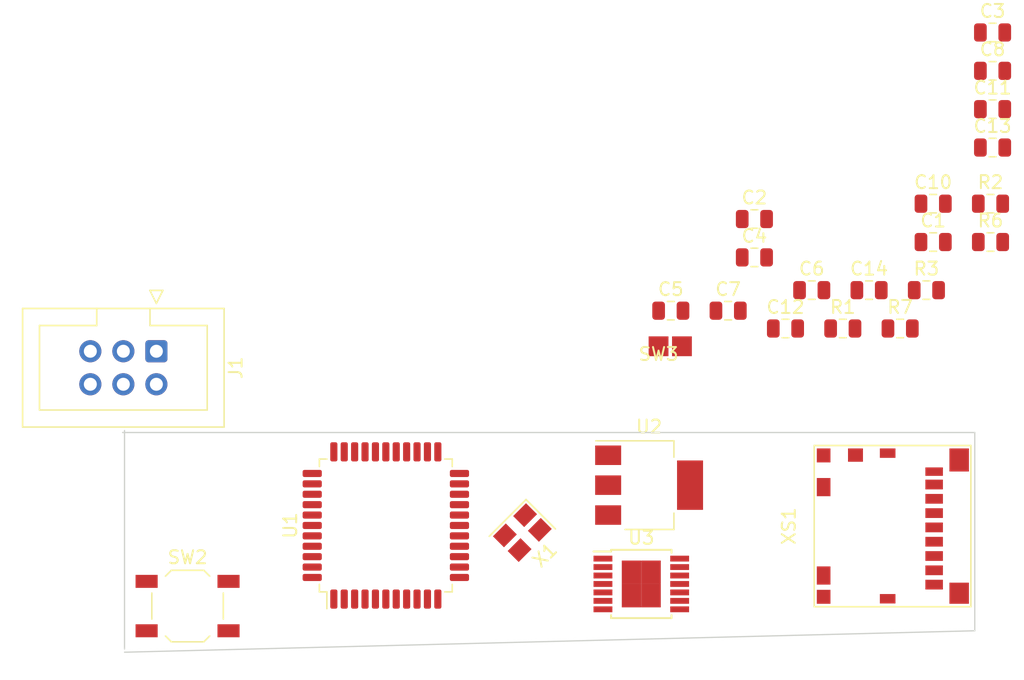
<source format=kicad_pcb>
(kicad_pcb (version 20171130) (host pcbnew "(5.1.6)-1")

  (general
    (thickness 1.6)
    (drawings 4)
    (tracks 0)
    (zones 0)
    (modules 26)
    (nets 49)
  )

  (page A4)
  (layers
    (0 F.Cu signal)
    (31 B.Cu signal)
    (32 B.Adhes user)
    (33 F.Adhes user)
    (34 B.Paste user)
    (35 F.Paste user)
    (36 B.SilkS user)
    (37 F.SilkS user)
    (38 B.Mask user)
    (39 F.Mask user)
    (40 Dwgs.User user)
    (41 Cmts.User user)
    (42 Eco1.User user)
    (43 Eco2.User user)
    (44 Edge.Cuts user)
    (45 Margin user)
    (46 B.CrtYd user)
    (47 F.CrtYd user)
    (48 B.Fab user)
    (49 F.Fab user)
  )

  (setup
    (last_trace_width 0.25)
    (trace_clearance 0.2)
    (zone_clearance 0.508)
    (zone_45_only no)
    (trace_min 0.2)
    (via_size 0.8)
    (via_drill 0.4)
    (via_min_size 0.4)
    (via_min_drill 0.3)
    (uvia_size 0.3)
    (uvia_drill 0.1)
    (uvias_allowed no)
    (uvia_min_size 0.2)
    (uvia_min_drill 0.1)
    (edge_width 0.1)
    (segment_width 0.2)
    (pcb_text_width 0.3)
    (pcb_text_size 1.5 1.5)
    (mod_edge_width 0.15)
    (mod_text_size 1 1)
    (mod_text_width 0.15)
    (pad_size 1.524 1.524)
    (pad_drill 0.762)
    (pad_to_mask_clearance 0)
    (aux_axis_origin 0 0)
    (visible_elements FFFFFF7F)
    (pcbplotparams
      (layerselection 0x010fc_ffffffff)
      (usegerberextensions false)
      (usegerberattributes true)
      (usegerberadvancedattributes true)
      (creategerberjobfile true)
      (excludeedgelayer true)
      (linewidth 0.100000)
      (plotframeref false)
      (viasonmask false)
      (mode 1)
      (useauxorigin false)
      (hpglpennumber 1)
      (hpglpenspeed 20)
      (hpglpendiameter 15.000000)
      (psnegative false)
      (psa4output false)
      (plotreference true)
      (plotvalue true)
      (plotinvisibletext false)
      (padsonsilk false)
      (subtractmaskfromsilk false)
      (outputformat 1)
      (mirror false)
      (drillshape 1)
      (scaleselection 1)
      (outputdirectory ""))
  )

  (net 0 "")
  (net 1 GND)
  (net 2 VBUS)
  (net 3 "Net-(C7-Pad1)")
  (net 4 "Net-(C8-Pad1)")
  (net 5 "Net-(C10-Pad1)")
  (net 6 "Net-(C11-Pad1)")
  (net 7 /3.3V)
  (net 8 /MOSI)
  (net 9 /RESET)
  (net 10 /SCK)
  (net 11 /MISO)
  (net 12 "Net-(R1-Pad2)")
  (net 13 "Net-(R1-Pad1)")
  (net 14 "Net-(R2-Pad1)")
  (net 15 "Net-(R6-Pad2)")
  (net 16 /CS)
  (net 17 "Net-(R7-Pad1)")
  (net 18 "Net-(U1-Pad41)")
  (net 19 "Net-(U1-Pad40)")
  (net 20 "Net-(U1-Pad39)")
  (net 21 "Net-(U1-Pad38)")
  (net 22 "Net-(U1-Pad37)")
  (net 23 /A0)
  (net 24 /D13)
  (net 25 /D5)
  (net 26 /D9)
  (net 27 /D8)
  (net 28 /D6)
  (net 29 /D12)
  (net 30 /D4)
  (net 31 "Net-(U1-Pad22)")
  (net 32 /D1)
  (net 33 /D0)
  (net 34 /D2)
  (net 35 /D3)
  (net 36 /D11)
  (net 37 "Net-(U1-Pad8)")
  (net 38 "Net-(U1-Pad7)")
  (net 39 "Net-(U1-Pad6)")
  (net 40 "Net-(U1-Pad4)")
  (net 41 "Net-(U1-Pad3)")
  (net 42 /D7)
  (net 43 "Net-(U3-Pad8)")
  (net 44 "Net-(U3-Pad6)")
  (net 45 "Net-(U3-Pad3)")
  (net 46 "Net-(XS1-Pad8)")
  (net 47 "Net-(XS1-Pad1)")
  (net 48 "Net-(XS1-Pad9)")

  (net_class Default "This is the default net class."
    (clearance 0.2)
    (trace_width 0.25)
    (via_dia 0.8)
    (via_drill 0.4)
    (uvia_dia 0.3)
    (uvia_drill 0.1)
    (add_net /3.3V)
    (add_net /A0)
    (add_net /CS)
    (add_net /D0)
    (add_net /D1)
    (add_net /D11)
    (add_net /D12)
    (add_net /D13)
    (add_net /D2)
    (add_net /D3)
    (add_net /D4)
    (add_net /D5)
    (add_net /D6)
    (add_net /D7)
    (add_net /D8)
    (add_net /D9)
    (add_net /MISO)
    (add_net /MOSI)
    (add_net /RESET)
    (add_net /SCK)
    (add_net GND)
    (add_net "Net-(C10-Pad1)")
    (add_net "Net-(C11-Pad1)")
    (add_net "Net-(C7-Pad1)")
    (add_net "Net-(C8-Pad1)")
    (add_net "Net-(R1-Pad1)")
    (add_net "Net-(R1-Pad2)")
    (add_net "Net-(R2-Pad1)")
    (add_net "Net-(R6-Pad2)")
    (add_net "Net-(R7-Pad1)")
    (add_net "Net-(U1-Pad22)")
    (add_net "Net-(U1-Pad3)")
    (add_net "Net-(U1-Pad37)")
    (add_net "Net-(U1-Pad38)")
    (add_net "Net-(U1-Pad39)")
    (add_net "Net-(U1-Pad4)")
    (add_net "Net-(U1-Pad40)")
    (add_net "Net-(U1-Pad41)")
    (add_net "Net-(U1-Pad6)")
    (add_net "Net-(U1-Pad7)")
    (add_net "Net-(U1-Pad8)")
    (add_net "Net-(U3-Pad3)")
    (add_net "Net-(U3-Pad6)")
    (add_net "Net-(U3-Pad8)")
    (add_net "Net-(XS1-Pad1)")
    (add_net "Net-(XS1-Pad8)")
    (add_net "Net-(XS1-Pad9)")
    (add_net VBUS)
  )

  (module Pikatea_SDcard_reader:XUNPU_TF-110 (layer F.Cu) (tedit 600753C9) (tstamp 60134F73)
    (at 144.65 116.7 90)
    (path /5FBDF2BF)
    (fp_text reference XS1 (at 0 -2.15 90) (layer F.SilkS)
      (effects (font (size 1 1) (thickness 0.15)))
    )
    (fp_text value SD_ebay-uSD-push_push_SMD (at -0.15 -0.85 90) (layer F.Fab)
      (effects (font (size 1 1) (thickness 0.15)))
    )
    (fp_line (start 6.2 11.85) (end 6.2 -0.2) (layer F.SilkS) (width 0.12))
    (fp_line (start 6.2 -0.2) (end -6.2 -0.2) (layer F.SilkS) (width 0.12))
    (fp_line (start -6.2 -0.2) (end -6.2 11.85) (layer F.SilkS) (width 0.12))
    (fp_line (start -6.2 11.85) (end 6.2 11.85) (layer F.SilkS) (width 0.12))
    (pad 15 smd rect (at -5.5875 5.45 90) (size 0.725 1.2) (layers F.Cu F.Paste F.Mask))
    (pad 18 smd rect (at 5.6125 5.45 90) (size 0.725 1.2) (layers F.Cu F.Paste F.Mask))
    (pad 10 smd rect (at 5.4625 2.975 90) (size 1.025 1.15) (layers F.Cu F.Paste F.Mask))
    (pad 17 smd rect (at 5.0875 10.95 90) (size 1.775 1.5) (layers F.Cu F.Paste F.Mask))
    (pad 16 smd rect (at -5.1625 10.95 90) (size 1.625 1.5) (layers F.Cu F.Paste F.Mask))
    (pad 8 smd rect (at -4.5 9.025 90) (size 0.75 1.35) (layers F.Cu F.Paste F.Mask)
      (net 46 "Net-(XS1-Pad8)"))
    (pad 7 smd rect (at -3.4 9.025 90) (size 0.75 1.35) (layers F.Cu F.Paste F.Mask)
      (net 12 "Net-(R1-Pad2)"))
    (pad 6 smd rect (at -2.3 9.025 90) (size 0.75 1.35) (layers F.Cu F.Paste F.Mask)
      (net 1 GND))
    (pad 5 smd rect (at -1.2 9.025 90) (size 0.75 1.35) (layers F.Cu F.Paste F.Mask)
      (net 44 "Net-(U3-Pad6)"))
    (pad 4 smd rect (at -0.1 9.025 90) (size 0.75 1.35) (layers F.Cu F.Paste F.Mask)
      (net 7 /3.3V))
    (pad 3 smd rect (at 1 9.025 90) (size 0.75 1.35) (layers F.Cu F.Paste F.Mask)
      (net 45 "Net-(U3-Pad3)"))
    (pad 2 smd rect (at 2.1 9.025 90) (size 0.75 1.35) (layers F.Cu F.Paste F.Mask)
      (net 43 "Net-(U3-Pad8)"))
    (pad 1 smd rect (at 3.2 9.025 90) (size 0.75 1.35) (layers F.Cu F.Paste F.Mask)
      (net 47 "Net-(XS1-Pad1)"))
    (pad 9 smd rect (at 4.19 9.025 90) (size 0.65 1.35) (layers F.Cu F.Paste F.Mask)
      (net 48 "Net-(XS1-Pad9)"))
    (pad 13 smd rect (at -3.8 0.525 90) (size 1.4 1.05) (layers F.Cu F.Paste F.Mask))
    (pad 14 smd rect (at -5.4375 0.525 90) (size 1.075 1.05) (layers F.Cu F.Paste F.Mask))
    (pad 11 smd rect (at 5.4375 0.525 90) (size 1.075 1.05) (layers F.Cu F.Paste F.Mask))
    (pad 12 smd rect (at 3 0.525 90) (size 1.4 1.05) (layers F.Cu F.Paste F.Mask))
  )

  (module Crystal:Crystal_SMD_SeikoEpson_FA238-4Pin_3.2x2.5mm (layer F.Cu) (tedit 5A0FD1B2) (tstamp 60134F59)
    (at 122 117.2 225)
    (descr "crystal Epson Toyocom FA-238 https://support.epson.biz/td/api/doc_check.php?dl=brief_fa-238v_en.pdf, 3.2x2.5mm^2 package")
    (tags "SMD SMT crystal")
    (path /5FC2572B)
    (attr smd)
    (fp_text reference X1 (at 0 -2.45 45) (layer F.SilkS)
      (effects (font (size 1 1) (thickness 0.15)))
    )
    (fp_text value 16MHz (at 0 2.45 45) (layer F.Fab)
      (effects (font (size 1 1) (thickness 0.15)))
    )
    (fp_text user %R (at 0 0 45) (layer F.Fab)
      (effects (font (size 0.7 0.7) (thickness 0.105)))
    )
    (fp_line (start -1.5 -1.25) (end 1.5 -1.25) (layer F.Fab) (width 0.1))
    (fp_line (start 1.5 -1.25) (end 1.6 -1.15) (layer F.Fab) (width 0.1))
    (fp_line (start 1.6 -1.15) (end 1.6 1.15) (layer F.Fab) (width 0.1))
    (fp_line (start 1.6 1.15) (end 1.5 1.25) (layer F.Fab) (width 0.1))
    (fp_line (start 1.5 1.25) (end -1.5 1.25) (layer F.Fab) (width 0.1))
    (fp_line (start -1.5 1.25) (end -1.6 1.15) (layer F.Fab) (width 0.1))
    (fp_line (start -1.6 1.15) (end -1.6 -1.15) (layer F.Fab) (width 0.1))
    (fp_line (start -1.6 -1.15) (end -1.5 -1.25) (layer F.Fab) (width 0.1))
    (fp_line (start -1.6 0.25) (end -0.6 1.25) (layer F.Fab) (width 0.1))
    (fp_line (start -2 -1.6) (end -2 1.6) (layer F.SilkS) (width 0.12))
    (fp_line (start -2 1.6) (end 2 1.6) (layer F.SilkS) (width 0.12))
    (fp_line (start -2.1 -1.7) (end -2.1 1.7) (layer F.CrtYd) (width 0.05))
    (fp_line (start -2.1 1.7) (end 2.1 1.7) (layer F.CrtYd) (width 0.05))
    (fp_line (start 2.1 1.7) (end 2.1 -1.7) (layer F.CrtYd) (width 0.05))
    (fp_line (start 2.1 -1.7) (end -2.1 -1.7) (layer F.CrtYd) (width 0.05))
    (pad 4 smd rect (at -1.1 -0.8 225) (size 1.4 1.2) (layers F.Cu F.Paste F.Mask)
      (net 1 GND))
    (pad 3 smd rect (at 1.1 -0.8 225) (size 1.4 1.2) (layers F.Cu F.Paste F.Mask)
      (net 4 "Net-(C8-Pad1)"))
    (pad 2 smd rect (at 1.1 0.8 225) (size 1.4 1.2) (layers F.Cu F.Paste F.Mask)
      (net 1 GND))
    (pad 1 smd rect (at -1.1 0.8 225) (size 1.4 1.2) (layers F.Cu F.Paste F.Mask)
      (net 3 "Net-(C7-Pad1)"))
    (model ${KISYS3DMOD}/Crystal.3dshapes/Crystal_SMD_SeikoEpson_FA238-4Pin_3.2x2.5mm.wrl
      (at (xyz 0 0 0))
      (scale (xyz 1 1 1))
      (rotate (xyz 0 0 0))
    )
  )

  (module Package_SO:TSSOP-14-1EP_4.4x5mm_P0.65mm (layer F.Cu) (tedit 5A02F25C) (tstamp 60134F41)
    (at 131.15 121.15)
    (descr "14-Lead Plastic Thin Shrink Small Outline (ST)-4.4 mm Body [TSSOP] with exposed pad (http://cds.linear.com/docs/en/datasheet/34301fa.pdf)")
    (tags "SSOP 0.65 exposed pad")
    (path /5FBDCB5F)
    (attr smd)
    (fp_text reference U3 (at 0 -3.55) (layer F.SilkS)
      (effects (font (size 1 1) (thickness 0.15)))
    )
    (fp_text value 74LVC125APW,118 (at 0 3.55) (layer F.Fab)
      (effects (font (size 1 1) (thickness 0.15)))
    )
    (fp_text user %R (at -0.12 0.15) (layer F.Fab)
      (effects (font (size 0.8 0.8) (thickness 0.15)))
    )
    (fp_line (start -1.2 -2.5) (end 2.2 -2.5) (layer F.Fab) (width 0.15))
    (fp_line (start 2.2 -2.5) (end 2.2 2.5) (layer F.Fab) (width 0.15))
    (fp_line (start 2.2 2.5) (end -2.2 2.5) (layer F.Fab) (width 0.15))
    (fp_line (start -2.2 2.5) (end -2.2 -1.5) (layer F.Fab) (width 0.15))
    (fp_line (start -2.2 -1.5) (end -1.2 -2.5) (layer F.Fab) (width 0.15))
    (fp_line (start -3.95 -2.8) (end -3.95 2.8) (layer F.CrtYd) (width 0.05))
    (fp_line (start 3.95 -2.8) (end 3.95 2.8) (layer F.CrtYd) (width 0.05))
    (fp_line (start -3.95 -2.8) (end 3.95 -2.8) (layer F.CrtYd) (width 0.05))
    (fp_line (start -3.95 2.8) (end 3.95 2.8) (layer F.CrtYd) (width 0.05))
    (fp_line (start -2.325 -2.625) (end -2.325 -2.5) (layer F.SilkS) (width 0.15))
    (fp_line (start 2.325 -2.625) (end 2.325 -2.4) (layer F.SilkS) (width 0.15))
    (fp_line (start 2.325 2.625) (end 2.325 2.4) (layer F.SilkS) (width 0.15))
    (fp_line (start -2.325 2.625) (end -2.325 2.4) (layer F.SilkS) (width 0.15))
    (fp_line (start -2.325 -2.625) (end 2.325 -2.625) (layer F.SilkS) (width 0.15))
    (fp_line (start -2.325 2.625) (end 2.325 2.625) (layer F.SilkS) (width 0.15))
    (fp_line (start -2.325 -2.5) (end -3.675 -2.5) (layer F.SilkS) (width 0.15))
    (pad 15 smd rect (at -0.75 -0.9) (size 1.5 1.8) (layers F.Cu F.Paste F.Mask)
      (solder_paste_margin -0.2))
    (pad 14 smd rect (at 2.95 -1.95) (size 1.45 0.45) (layers F.Cu F.Paste F.Mask)
      (net 7 /3.3V))
    (pad 13 smd rect (at 2.95 -1.3) (size 1.45 0.45) (layers F.Cu F.Paste F.Mask)
      (net 1 GND))
    (pad 12 smd rect (at 2.95 -0.65) (size 1.45 0.45) (layers F.Cu F.Paste F.Mask)
      (net 13 "Net-(R1-Pad1)"))
    (pad 11 smd rect (at 2.95 0) (size 1.45 0.45) (layers F.Cu F.Paste F.Mask)
      (net 11 /MISO))
    (pad 10 smd rect (at 2.95 0.65) (size 1.45 0.45) (layers F.Cu F.Paste F.Mask)
      (net 1 GND))
    (pad 9 smd rect (at 2.95 1.3) (size 1.45 0.45) (layers F.Cu F.Paste F.Mask)
      (net 15 "Net-(R6-Pad2)"))
    (pad 8 smd rect (at 2.95 1.95) (size 1.45 0.45) (layers F.Cu F.Paste F.Mask)
      (net 43 "Net-(U3-Pad8)"))
    (pad 7 smd rect (at -2.95 1.95) (size 1.45 0.45) (layers F.Cu F.Paste F.Mask)
      (net 1 GND))
    (pad 6 smd rect (at -2.95 1.3) (size 1.45 0.45) (layers F.Cu F.Paste F.Mask)
      (net 44 "Net-(U3-Pad6)"))
    (pad 5 smd rect (at -2.95 0.65) (size 1.45 0.45) (layers F.Cu F.Paste F.Mask)
      (net 17 "Net-(R7-Pad1)"))
    (pad 4 smd rect (at -2.95 0) (size 1.45 0.45) (layers F.Cu F.Paste F.Mask)
      (net 1 GND))
    (pad 3 smd rect (at -2.95 -0.65) (size 1.45 0.45) (layers F.Cu F.Paste F.Mask)
      (net 45 "Net-(U3-Pad3)"))
    (pad 2 smd rect (at -2.95 -1.3) (size 1.45 0.45) (layers F.Cu F.Paste F.Mask)
      (net 14 "Net-(R2-Pad1)"))
    (pad 1 smd rect (at -2.95 -1.95) (size 1.45 0.45) (layers F.Cu F.Paste F.Mask)
      (net 1 GND))
    (pad 15 smd rect (at 0.75 -0.9) (size 1.5 1.8) (layers F.Cu F.Paste F.Mask)
      (solder_paste_margin -0.2))
    (pad 15 smd rect (at 0.75 0.9) (size 1.5 1.8) (layers F.Cu F.Paste F.Mask)
      (solder_paste_margin -0.2))
    (pad 15 smd rect (at -0.75 0.9) (size 1.5 1.8) (layers F.Cu F.Paste F.Mask)
      (solder_paste_margin -0.2))
    (model ${KISYS3DMOD}/Package_SO.3dshapes/TSSOP-14-1EP_4.4x5mm_P0.65mm.wrl
      (at (xyz 0 0 0))
      (scale (xyz 1 1 1))
      (rotate (xyz 0 0 0))
    )
  )

  (module Package_TO_SOT_SMD:SOT-223-3_TabPin2 (layer F.Cu) (tedit 5A02FF57) (tstamp 60134F1A)
    (at 131.75 113.55)
    (descr "module CMS SOT223 4 pins")
    (tags "CMS SOT")
    (path /5FBF3E70)
    (attr smd)
    (fp_text reference U2 (at 0 -4.5) (layer F.SilkS)
      (effects (font (size 1 1) (thickness 0.15)))
    )
    (fp_text value AMS1117-3.3 (at 0 4.5) (layer F.Fab)
      (effects (font (size 1 1) (thickness 0.15)))
    )
    (fp_text user %R (at 0 0 90) (layer F.Fab)
      (effects (font (size 0.8 0.8) (thickness 0.12)))
    )
    (fp_line (start 1.91 3.41) (end 1.91 2.15) (layer F.SilkS) (width 0.12))
    (fp_line (start 1.91 -3.41) (end 1.91 -2.15) (layer F.SilkS) (width 0.12))
    (fp_line (start 4.4 -3.6) (end -4.4 -3.6) (layer F.CrtYd) (width 0.05))
    (fp_line (start 4.4 3.6) (end 4.4 -3.6) (layer F.CrtYd) (width 0.05))
    (fp_line (start -4.4 3.6) (end 4.4 3.6) (layer F.CrtYd) (width 0.05))
    (fp_line (start -4.4 -3.6) (end -4.4 3.6) (layer F.CrtYd) (width 0.05))
    (fp_line (start -1.85 -2.35) (end -0.85 -3.35) (layer F.Fab) (width 0.1))
    (fp_line (start -1.85 -2.35) (end -1.85 3.35) (layer F.Fab) (width 0.1))
    (fp_line (start -1.85 3.41) (end 1.91 3.41) (layer F.SilkS) (width 0.12))
    (fp_line (start -0.85 -3.35) (end 1.85 -3.35) (layer F.Fab) (width 0.1))
    (fp_line (start -4.1 -3.41) (end 1.91 -3.41) (layer F.SilkS) (width 0.12))
    (fp_line (start -1.85 3.35) (end 1.85 3.35) (layer F.Fab) (width 0.1))
    (fp_line (start 1.85 -3.35) (end 1.85 3.35) (layer F.Fab) (width 0.1))
    (pad 1 smd rect (at -3.15 -2.3) (size 2 1.5) (layers F.Cu F.Paste F.Mask)
      (net 1 GND))
    (pad 3 smd rect (at -3.15 2.3) (size 2 1.5) (layers F.Cu F.Paste F.Mask)
      (net 6 "Net-(C11-Pad1)"))
    (pad 2 smd rect (at -3.15 0) (size 2 1.5) (layers F.Cu F.Paste F.Mask)
      (net 7 /3.3V))
    (pad 2 smd rect (at 3.15 0) (size 2 3.8) (layers F.Cu F.Paste F.Mask)
      (net 7 /3.3V))
    (model ${KISYS3DMOD}/Package_TO_SOT_SMD.3dshapes/SOT-223.wrl
      (at (xyz 0 0 0))
      (scale (xyz 1 1 1))
      (rotate (xyz 0 0 0))
    )
  )

  (module Package_QFP:LQFP-44_10x10mm_P0.8mm (layer F.Cu) (tedit 5D9F72AF) (tstamp 60134F04)
    (at 111.5 116.65 90)
    (descr "LQFP, 44 Pin (https://www.nxp.com/files-static/shared/doc/package_info/98ASS23225W.pdf?&fsrch=1), generated with kicad-footprint-generator ipc_gullwing_generator.py")
    (tags "LQFP QFP")
    (path /5FC14B98)
    (attr smd)
    (fp_text reference U1 (at 0 -7.35 90) (layer F.SilkS)
      (effects (font (size 1 1) (thickness 0.15)))
    )
    (fp_text value ATMEGA32U4-EP (at 0 7.35 90) (layer F.Fab)
      (effects (font (size 1 1) (thickness 0.15)))
    )
    (fp_text user %R (at 0.28 -0.68 90) (layer F.Fab)
      (effects (font (size 1 1) (thickness 0.15)))
    )
    (fp_line (start 4.535 5.11) (end 5.11 5.11) (layer F.SilkS) (width 0.12))
    (fp_line (start 5.11 5.11) (end 5.11 4.535) (layer F.SilkS) (width 0.12))
    (fp_line (start -4.535 5.11) (end -5.11 5.11) (layer F.SilkS) (width 0.12))
    (fp_line (start -5.11 5.11) (end -5.11 4.535) (layer F.SilkS) (width 0.12))
    (fp_line (start 4.535 -5.11) (end 5.11 -5.11) (layer F.SilkS) (width 0.12))
    (fp_line (start 5.11 -5.11) (end 5.11 -4.535) (layer F.SilkS) (width 0.12))
    (fp_line (start -4.535 -5.11) (end -5.11 -5.11) (layer F.SilkS) (width 0.12))
    (fp_line (start -5.11 -5.11) (end -5.11 -4.535) (layer F.SilkS) (width 0.12))
    (fp_line (start -5.11 -4.535) (end -6.4 -4.535) (layer F.SilkS) (width 0.12))
    (fp_line (start -4 -5) (end 5 -5) (layer F.Fab) (width 0.1))
    (fp_line (start 5 -5) (end 5 5) (layer F.Fab) (width 0.1))
    (fp_line (start 5 5) (end -5 5) (layer F.Fab) (width 0.1))
    (fp_line (start -5 5) (end -5 -4) (layer F.Fab) (width 0.1))
    (fp_line (start -5 -4) (end -4 -5) (layer F.Fab) (width 0.1))
    (fp_line (start 0 -6.65) (end -4.52 -6.65) (layer F.CrtYd) (width 0.05))
    (fp_line (start -4.52 -6.65) (end -4.52 -5.25) (layer F.CrtYd) (width 0.05))
    (fp_line (start -4.52 -5.25) (end -5.25 -5.25) (layer F.CrtYd) (width 0.05))
    (fp_line (start -5.25 -5.25) (end -5.25 -4.52) (layer F.CrtYd) (width 0.05))
    (fp_line (start -5.25 -4.52) (end -6.65 -4.52) (layer F.CrtYd) (width 0.05))
    (fp_line (start -6.65 -4.52) (end -6.65 0) (layer F.CrtYd) (width 0.05))
    (fp_line (start 0 -6.65) (end 4.52 -6.65) (layer F.CrtYd) (width 0.05))
    (fp_line (start 4.52 -6.65) (end 4.52 -5.25) (layer F.CrtYd) (width 0.05))
    (fp_line (start 4.52 -5.25) (end 5.25 -5.25) (layer F.CrtYd) (width 0.05))
    (fp_line (start 5.25 -5.25) (end 5.25 -4.52) (layer F.CrtYd) (width 0.05))
    (fp_line (start 5.25 -4.52) (end 6.65 -4.52) (layer F.CrtYd) (width 0.05))
    (fp_line (start 6.65 -4.52) (end 6.65 0) (layer F.CrtYd) (width 0.05))
    (fp_line (start 0 6.65) (end -4.52 6.65) (layer F.CrtYd) (width 0.05))
    (fp_line (start -4.52 6.65) (end -4.52 5.25) (layer F.CrtYd) (width 0.05))
    (fp_line (start -4.52 5.25) (end -5.25 5.25) (layer F.CrtYd) (width 0.05))
    (fp_line (start -5.25 5.25) (end -5.25 4.52) (layer F.CrtYd) (width 0.05))
    (fp_line (start -5.25 4.52) (end -6.65 4.52) (layer F.CrtYd) (width 0.05))
    (fp_line (start -6.65 4.52) (end -6.65 0) (layer F.CrtYd) (width 0.05))
    (fp_line (start 0 6.65) (end 4.52 6.65) (layer F.CrtYd) (width 0.05))
    (fp_line (start 4.52 6.65) (end 4.52 5.25) (layer F.CrtYd) (width 0.05))
    (fp_line (start 4.52 5.25) (end 5.25 5.25) (layer F.CrtYd) (width 0.05))
    (fp_line (start 5.25 5.25) (end 5.25 4.52) (layer F.CrtYd) (width 0.05))
    (fp_line (start 5.25 4.52) (end 6.65 4.52) (layer F.CrtYd) (width 0.05))
    (fp_line (start 6.65 4.52) (end 6.65 0) (layer F.CrtYd) (width 0.05))
    (pad 44 smd roundrect (at -4 -5.6625 90) (size 0.55 1.475) (layers F.Cu F.Paste F.Mask) (roundrect_rratio 0.25)
      (net 2 VBUS))
    (pad 43 smd roundrect (at -3.2 -5.6625 90) (size 0.55 1.475) (layers F.Cu F.Paste F.Mask) (roundrect_rratio 0.25)
      (net 1 GND))
    (pad 42 smd roundrect (at -2.4 -5.6625 90) (size 0.55 1.475) (layers F.Cu F.Paste F.Mask) (roundrect_rratio 0.25)
      (net 5 "Net-(C10-Pad1)"))
    (pad 41 smd roundrect (at -1.6 -5.6625 90) (size 0.55 1.475) (layers F.Cu F.Paste F.Mask) (roundrect_rratio 0.25)
      (net 18 "Net-(U1-Pad41)"))
    (pad 40 smd roundrect (at -0.8 -5.6625 90) (size 0.55 1.475) (layers F.Cu F.Paste F.Mask) (roundrect_rratio 0.25)
      (net 19 "Net-(U1-Pad40)"))
    (pad 39 smd roundrect (at 0 -5.6625 90) (size 0.55 1.475) (layers F.Cu F.Paste F.Mask) (roundrect_rratio 0.25)
      (net 20 "Net-(U1-Pad39)"))
    (pad 38 smd roundrect (at 0.8 -5.6625 90) (size 0.55 1.475) (layers F.Cu F.Paste F.Mask) (roundrect_rratio 0.25)
      (net 21 "Net-(U1-Pad38)"))
    (pad 37 smd roundrect (at 1.6 -5.6625 90) (size 0.55 1.475) (layers F.Cu F.Paste F.Mask) (roundrect_rratio 0.25)
      (net 22 "Net-(U1-Pad37)"))
    (pad 36 smd roundrect (at 2.4 -5.6625 90) (size 0.55 1.475) (layers F.Cu F.Paste F.Mask) (roundrect_rratio 0.25)
      (net 23 /A0))
    (pad 35 smd roundrect (at 3.2 -5.6625 90) (size 0.55 1.475) (layers F.Cu F.Paste F.Mask) (roundrect_rratio 0.25)
      (net 1 GND))
    (pad 34 smd roundrect (at 4 -5.6625 90) (size 0.55 1.475) (layers F.Cu F.Paste F.Mask) (roundrect_rratio 0.25)
      (net 2 VBUS))
    (pad 33 smd roundrect (at 5.6625 -4 90) (size 1.475 0.55) (layers F.Cu F.Paste F.Mask) (roundrect_rratio 0.25)
      (net 1 GND))
    (pad 32 smd roundrect (at 5.6625 -3.2 90) (size 1.475 0.55) (layers F.Cu F.Paste F.Mask) (roundrect_rratio 0.25)
      (net 24 /D13))
    (pad 31 smd roundrect (at 5.6625 -2.4 90) (size 1.475 0.55) (layers F.Cu F.Paste F.Mask) (roundrect_rratio 0.25)
      (net 25 /D5))
    (pad 30 smd roundrect (at 5.6625 -1.6 90) (size 1.475 0.55) (layers F.Cu F.Paste F.Mask) (roundrect_rratio 0.25)
      (net 16 /CS))
    (pad 29 smd roundrect (at 5.6625 -0.8 90) (size 1.475 0.55) (layers F.Cu F.Paste F.Mask) (roundrect_rratio 0.25)
      (net 26 /D9))
    (pad 28 smd roundrect (at 5.6625 0 90) (size 1.475 0.55) (layers F.Cu F.Paste F.Mask) (roundrect_rratio 0.25)
      (net 27 /D8))
    (pad 27 smd roundrect (at 5.6625 0.8 90) (size 1.475 0.55) (layers F.Cu F.Paste F.Mask) (roundrect_rratio 0.25)
      (net 28 /D6))
    (pad 26 smd roundrect (at 5.6625 1.6 90) (size 1.475 0.55) (layers F.Cu F.Paste F.Mask) (roundrect_rratio 0.25)
      (net 29 /D12))
    (pad 25 smd roundrect (at 5.6625 2.4 90) (size 1.475 0.55) (layers F.Cu F.Paste F.Mask) (roundrect_rratio 0.25)
      (net 30 /D4))
    (pad 24 smd roundrect (at 5.6625 3.2 90) (size 1.475 0.55) (layers F.Cu F.Paste F.Mask) (roundrect_rratio 0.25)
      (net 2 VBUS))
    (pad 23 smd roundrect (at 5.6625 4 90) (size 1.475 0.55) (layers F.Cu F.Paste F.Mask) (roundrect_rratio 0.25)
      (net 1 GND))
    (pad 22 smd roundrect (at 4 5.6625 90) (size 0.55 1.475) (layers F.Cu F.Paste F.Mask) (roundrect_rratio 0.25)
      (net 31 "Net-(U1-Pad22)"))
    (pad 21 smd roundrect (at 3.2 5.6625 90) (size 0.55 1.475) (layers F.Cu F.Paste F.Mask) (roundrect_rratio 0.25)
      (net 32 /D1))
    (pad 20 smd roundrect (at 2.4 5.6625 90) (size 0.55 1.475) (layers F.Cu F.Paste F.Mask) (roundrect_rratio 0.25)
      (net 33 /D0))
    (pad 19 smd roundrect (at 1.6 5.6625 90) (size 0.55 1.475) (layers F.Cu F.Paste F.Mask) (roundrect_rratio 0.25)
      (net 34 /D2))
    (pad 18 smd roundrect (at 0.8 5.6625 90) (size 0.55 1.475) (layers F.Cu F.Paste F.Mask) (roundrect_rratio 0.25)
      (net 35 /D3))
    (pad 17 smd roundrect (at 0 5.6625 90) (size 0.55 1.475) (layers F.Cu F.Paste F.Mask) (roundrect_rratio 0.25)
      (net 3 "Net-(C7-Pad1)"))
    (pad 16 smd roundrect (at -0.8 5.6625 90) (size 0.55 1.475) (layers F.Cu F.Paste F.Mask) (roundrect_rratio 0.25)
      (net 4 "Net-(C8-Pad1)"))
    (pad 15 smd roundrect (at -1.6 5.6625 90) (size 0.55 1.475) (layers F.Cu F.Paste F.Mask) (roundrect_rratio 0.25)
      (net 1 GND))
    (pad 14 smd roundrect (at -2.4 5.6625 90) (size 0.55 1.475) (layers F.Cu F.Paste F.Mask) (roundrect_rratio 0.25)
      (net 2 VBUS))
    (pad 13 smd roundrect (at -3.2 5.6625 90) (size 0.55 1.475) (layers F.Cu F.Paste F.Mask) (roundrect_rratio 0.25)
      (net 9 /RESET))
    (pad 12 smd roundrect (at -4 5.6625 90) (size 0.55 1.475) (layers F.Cu F.Paste F.Mask) (roundrect_rratio 0.25)
      (net 36 /D11))
    (pad 11 smd roundrect (at -5.6625 4 90) (size 1.475 0.55) (layers F.Cu F.Paste F.Mask) (roundrect_rratio 0.25)
      (net 11 /MISO))
    (pad 10 smd roundrect (at -5.6625 3.2 90) (size 1.475 0.55) (layers F.Cu F.Paste F.Mask) (roundrect_rratio 0.25)
      (net 8 /MOSI))
    (pad 9 smd roundrect (at -5.6625 2.4 90) (size 1.475 0.55) (layers F.Cu F.Paste F.Mask) (roundrect_rratio 0.25)
      (net 10 /SCK))
    (pad 8 smd roundrect (at -5.6625 1.6 90) (size 1.475 0.55) (layers F.Cu F.Paste F.Mask) (roundrect_rratio 0.25)
      (net 37 "Net-(U1-Pad8)"))
    (pad 7 smd roundrect (at -5.6625 0.8 90) (size 1.475 0.55) (layers F.Cu F.Paste F.Mask) (roundrect_rratio 0.25)
      (net 38 "Net-(U1-Pad7)"))
    (pad 6 smd roundrect (at -5.6625 0 90) (size 1.475 0.55) (layers F.Cu F.Paste F.Mask) (roundrect_rratio 0.25)
      (net 39 "Net-(U1-Pad6)"))
    (pad 5 smd roundrect (at -5.6625 -0.8 90) (size 1.475 0.55) (layers F.Cu F.Paste F.Mask) (roundrect_rratio 0.25)
      (net 1 GND))
    (pad 4 smd roundrect (at -5.6625 -1.6 90) (size 1.475 0.55) (layers F.Cu F.Paste F.Mask) (roundrect_rratio 0.25)
      (net 40 "Net-(U1-Pad4)"))
    (pad 3 smd roundrect (at -5.6625 -2.4 90) (size 1.475 0.55) (layers F.Cu F.Paste F.Mask) (roundrect_rratio 0.25)
      (net 41 "Net-(U1-Pad3)"))
    (pad 2 smd roundrect (at -5.6625 -3.2 90) (size 1.475 0.55) (layers F.Cu F.Paste F.Mask) (roundrect_rratio 0.25)
      (net 2 VBUS))
    (pad 1 smd roundrect (at -5.6625 -4 90) (size 1.475 0.55) (layers F.Cu F.Paste F.Mask) (roundrect_rratio 0.25)
      (net 42 /D7))
    (model ${KISYS3DMOD}/Package_QFP.3dshapes/LQFP-44_10x10mm_P0.8mm.wrl
      (at (xyz 0 0 0))
      (scale (xyz 1 1 1))
      (rotate (xyz 0 0 0))
    )
  )

  (module "Pikatea Macropad Encoder Side Mount:Pikatea_Solder_switch" (layer F.Cu) (tedit 60089CFE) (tstamp 60134EAD)
    (at 132.476999 102.966999)
    (path /60179AFD)
    (fp_text reference SW3 (at 0 0.5) (layer F.SilkS)
      (effects (font (size 1 1) (thickness 0.15)))
    )
    (fp_text value SW_SPST (at 0 -0.5) (layer F.Fab)
      (effects (font (size 1 1) (thickness 0.15)))
    )
    (pad 2 smd rect (at 1.8 -0.1) (size 1.524 1.524) (layers F.Cu F.Paste F.Mask)
      (net 6 "Net-(C11-Pad1)"))
    (pad 1 smd rect (at 0 -0.1) (size 1.524 1.524) (layers F.Cu F.Paste F.Mask)
      (net 2 VBUS))
  )

  (module Button_Switch_SMD:SW_SPST_TL3342 (layer F.Cu) (tedit 5A02FC95) (tstamp 60134EA7)
    (at 96.25 122.85)
    (descr "Low-profile SMD Tactile Switch, https://www.e-switch.com/system/asset/product_line/data_sheet/165/TL3342.pdf")
    (tags "SPST Tactile Switch")
    (path /6017FB2E)
    (attr smd)
    (fp_text reference SW2 (at 0 -3.75) (layer F.SilkS)
      (effects (font (size 1 1) (thickness 0.15)))
    )
    (fp_text value SW_SPST (at 0 3.75) (layer F.Fab)
      (effects (font (size 1 1) (thickness 0.15)))
    )
    (fp_text user %R (at 0 -3.75) (layer F.Fab)
      (effects (font (size 1 1) (thickness 0.15)))
    )
    (fp_line (start 3.2 2.1) (end 3.2 1.6) (layer F.Fab) (width 0.1))
    (fp_line (start 3.2 -2.1) (end 3.2 -1.6) (layer F.Fab) (width 0.1))
    (fp_line (start -3.2 2.1) (end -3.2 1.6) (layer F.Fab) (width 0.1))
    (fp_line (start -3.2 -2.1) (end -3.2 -1.6) (layer F.Fab) (width 0.1))
    (fp_line (start 2.7 -2.1) (end 2.7 -1.6) (layer F.Fab) (width 0.1))
    (fp_line (start 1.7 -2.1) (end 3.2 -2.1) (layer F.Fab) (width 0.1))
    (fp_line (start 3.2 -1.6) (end 2.2 -1.6) (layer F.Fab) (width 0.1))
    (fp_line (start -2.7 -2.1) (end -2.7 -1.6) (layer F.Fab) (width 0.1))
    (fp_line (start -1.7 -2.1) (end -3.2 -2.1) (layer F.Fab) (width 0.1))
    (fp_line (start -3.2 -1.6) (end -2.2 -1.6) (layer F.Fab) (width 0.1))
    (fp_line (start -2.7 2.1) (end -2.7 1.6) (layer F.Fab) (width 0.1))
    (fp_line (start -3.2 1.6) (end -2.2 1.6) (layer F.Fab) (width 0.1))
    (fp_line (start -1.7 2.1) (end -3.2 2.1) (layer F.Fab) (width 0.1))
    (fp_line (start 1.7 2.1) (end 3.2 2.1) (layer F.Fab) (width 0.1))
    (fp_line (start 2.7 2.1) (end 2.7 1.6) (layer F.Fab) (width 0.1))
    (fp_line (start 3.2 1.6) (end 2.2 1.6) (layer F.Fab) (width 0.1))
    (fp_line (start -1.7 2.3) (end -1.25 2.75) (layer F.SilkS) (width 0.12))
    (fp_line (start 1.7 2.3) (end 1.25 2.75) (layer F.SilkS) (width 0.12))
    (fp_line (start 1.7 -2.3) (end 1.25 -2.75) (layer F.SilkS) (width 0.12))
    (fp_line (start -1.7 -2.3) (end -1.25 -2.75) (layer F.SilkS) (width 0.12))
    (fp_line (start -2 -1) (end -1 -2) (layer F.Fab) (width 0.1))
    (fp_line (start -1 -2) (end 1 -2) (layer F.Fab) (width 0.1))
    (fp_line (start 1 -2) (end 2 -1) (layer F.Fab) (width 0.1))
    (fp_line (start 2 -1) (end 2 1) (layer F.Fab) (width 0.1))
    (fp_line (start 2 1) (end 1 2) (layer F.Fab) (width 0.1))
    (fp_line (start 1 2) (end -1 2) (layer F.Fab) (width 0.1))
    (fp_line (start -1 2) (end -2 1) (layer F.Fab) (width 0.1))
    (fp_line (start -2 1) (end -2 -1) (layer F.Fab) (width 0.1))
    (fp_line (start 2.75 -1) (end 2.75 1) (layer F.SilkS) (width 0.12))
    (fp_line (start -1.25 2.75) (end 1.25 2.75) (layer F.SilkS) (width 0.12))
    (fp_line (start -2.75 -1) (end -2.75 1) (layer F.SilkS) (width 0.12))
    (fp_line (start -1.25 -2.75) (end 1.25 -2.75) (layer F.SilkS) (width 0.12))
    (fp_line (start -2.6 -1.2) (end -2.6 1.2) (layer F.Fab) (width 0.1))
    (fp_line (start -2.6 1.2) (end -1.2 2.6) (layer F.Fab) (width 0.1))
    (fp_line (start -1.2 2.6) (end 1.2 2.6) (layer F.Fab) (width 0.1))
    (fp_line (start 1.2 2.6) (end 2.6 1.2) (layer F.Fab) (width 0.1))
    (fp_line (start 2.6 1.2) (end 2.6 -1.2) (layer F.Fab) (width 0.1))
    (fp_line (start 2.6 -1.2) (end 1.2 -2.6) (layer F.Fab) (width 0.1))
    (fp_line (start 1.2 -2.6) (end -1.2 -2.6) (layer F.Fab) (width 0.1))
    (fp_line (start -1.2 -2.6) (end -2.6 -1.2) (layer F.Fab) (width 0.1))
    (fp_line (start -4.25 -3) (end 4.25 -3) (layer F.CrtYd) (width 0.05))
    (fp_line (start 4.25 -3) (end 4.25 3) (layer F.CrtYd) (width 0.05))
    (fp_line (start 4.25 3) (end -4.25 3) (layer F.CrtYd) (width 0.05))
    (fp_line (start -4.25 3) (end -4.25 -3) (layer F.CrtYd) (width 0.05))
    (fp_circle (center 0 0) (end 1 0) (layer F.Fab) (width 0.1))
    (pad 2 smd rect (at 3.15 1.9) (size 1.7 1) (layers F.Cu F.Paste F.Mask)
      (net 9 /RESET))
    (pad 2 smd rect (at -3.15 1.9) (size 1.7 1) (layers F.Cu F.Paste F.Mask)
      (net 9 /RESET))
    (pad 1 smd rect (at 3.15 -1.9) (size 1.7 1) (layers F.Cu F.Paste F.Mask)
      (net 1 GND))
    (pad 1 smd rect (at -3.15 -1.9) (size 1.7 1) (layers F.Cu F.Paste F.Mask)
      (net 1 GND))
    (model ${KISYS3DMOD}/Button_Switch_SMD.3dshapes/SW_SPST_TL3342.wrl
      (at (xyz 0 0 0))
      (scale (xyz 1 1 1))
      (rotate (xyz 0 0 0))
    )
  )

  (module Resistor_SMD:R_0805_2012Metric (layer F.Cu) (tedit 5B36C52B) (tstamp 60134E71)
    (at 151.06 101.5)
    (descr "Resistor SMD 0805 (2012 Metric), square (rectangular) end terminal, IPC_7351 nominal, (Body size source: https://docs.google.com/spreadsheets/d/1BsfQQcO9C6DZCsRaXUlFlo91Tg2WpOkGARC1WS5S8t0/edit?usp=sharing), generated with kicad-footprint-generator")
    (tags resistor)
    (path /5FBEEE7C)
    (attr smd)
    (fp_text reference R7 (at 0 -1.65) (layer F.SilkS)
      (effects (font (size 1 1) (thickness 0.15)))
    )
    (fp_text value 3.3K (at 0 1.65) (layer F.Fab)
      (effects (font (size 1 1) (thickness 0.15)))
    )
    (fp_text user %R (at 0 0) (layer F.Fab)
      (effects (font (size 0.5 0.5) (thickness 0.08)))
    )
    (fp_line (start -1 0.6) (end -1 -0.6) (layer F.Fab) (width 0.1))
    (fp_line (start -1 -0.6) (end 1 -0.6) (layer F.Fab) (width 0.1))
    (fp_line (start 1 -0.6) (end 1 0.6) (layer F.Fab) (width 0.1))
    (fp_line (start 1 0.6) (end -1 0.6) (layer F.Fab) (width 0.1))
    (fp_line (start -0.258578 -0.71) (end 0.258578 -0.71) (layer F.SilkS) (width 0.12))
    (fp_line (start -0.258578 0.71) (end 0.258578 0.71) (layer F.SilkS) (width 0.12))
    (fp_line (start -1.68 0.95) (end -1.68 -0.95) (layer F.CrtYd) (width 0.05))
    (fp_line (start -1.68 -0.95) (end 1.68 -0.95) (layer F.CrtYd) (width 0.05))
    (fp_line (start 1.68 -0.95) (end 1.68 0.95) (layer F.CrtYd) (width 0.05))
    (fp_line (start 1.68 0.95) (end -1.68 0.95) (layer F.CrtYd) (width 0.05))
    (pad 2 smd roundrect (at 0.9375 0) (size 0.975 1.4) (layers F.Cu F.Paste F.Mask) (roundrect_rratio 0.25)
      (net 10 /SCK))
    (pad 1 smd roundrect (at -0.9375 0) (size 0.975 1.4) (layers F.Cu F.Paste F.Mask) (roundrect_rratio 0.25)
      (net 17 "Net-(R7-Pad1)"))
    (model ${KISYS3DMOD}/Resistor_SMD.3dshapes/R_0805_2012Metric.wrl
      (at (xyz 0 0 0))
      (scale (xyz 1 1 1))
      (rotate (xyz 0 0 0))
    )
  )

  (module Resistor_SMD:R_0805_2012Metric (layer F.Cu) (tedit 5B36C52B) (tstamp 60134E60)
    (at 158.01 94.85)
    (descr "Resistor SMD 0805 (2012 Metric), square (rectangular) end terminal, IPC_7351 nominal, (Body size source: https://docs.google.com/spreadsheets/d/1BsfQQcO9C6DZCsRaXUlFlo91Tg2WpOkGARC1WS5S8t0/edit?usp=sharing), generated with kicad-footprint-generator")
    (tags resistor)
    (path /5FBEFD0C)
    (attr smd)
    (fp_text reference R6 (at 0 -1.65) (layer F.SilkS)
      (effects (font (size 1 1) (thickness 0.15)))
    )
    (fp_text value 3.3K (at 0 1.65) (layer F.Fab)
      (effects (font (size 1 1) (thickness 0.15)))
    )
    (fp_text user %R (at 0 0) (layer F.Fab)
      (effects (font (size 0.5 0.5) (thickness 0.08)))
    )
    (fp_line (start -1 0.6) (end -1 -0.6) (layer F.Fab) (width 0.1))
    (fp_line (start -1 -0.6) (end 1 -0.6) (layer F.Fab) (width 0.1))
    (fp_line (start 1 -0.6) (end 1 0.6) (layer F.Fab) (width 0.1))
    (fp_line (start 1 0.6) (end -1 0.6) (layer F.Fab) (width 0.1))
    (fp_line (start -0.258578 -0.71) (end 0.258578 -0.71) (layer F.SilkS) (width 0.12))
    (fp_line (start -0.258578 0.71) (end 0.258578 0.71) (layer F.SilkS) (width 0.12))
    (fp_line (start -1.68 0.95) (end -1.68 -0.95) (layer F.CrtYd) (width 0.05))
    (fp_line (start -1.68 -0.95) (end 1.68 -0.95) (layer F.CrtYd) (width 0.05))
    (fp_line (start 1.68 -0.95) (end 1.68 0.95) (layer F.CrtYd) (width 0.05))
    (fp_line (start 1.68 0.95) (end -1.68 0.95) (layer F.CrtYd) (width 0.05))
    (pad 2 smd roundrect (at 0.9375 0) (size 0.975 1.4) (layers F.Cu F.Paste F.Mask) (roundrect_rratio 0.25)
      (net 15 "Net-(R6-Pad2)"))
    (pad 1 smd roundrect (at -0.9375 0) (size 0.975 1.4) (layers F.Cu F.Paste F.Mask) (roundrect_rratio 0.25)
      (net 16 /CS))
    (model ${KISYS3DMOD}/Resistor_SMD.3dshapes/R_0805_2012Metric.wrl
      (at (xyz 0 0 0))
      (scale (xyz 1 1 1))
      (rotate (xyz 0 0 0))
    )
  )

  (module Resistor_SMD:R_0805_2012Metric (layer F.Cu) (tedit 5B36C52B) (tstamp 60134E4F)
    (at 153.08 98.55)
    (descr "Resistor SMD 0805 (2012 Metric), square (rectangular) end terminal, IPC_7351 nominal, (Body size source: https://docs.google.com/spreadsheets/d/1BsfQQcO9C6DZCsRaXUlFlo91Tg2WpOkGARC1WS5S8t0/edit?usp=sharing), generated with kicad-footprint-generator")
    (tags resistor)
    (path /5FC1E4DD)
    (attr smd)
    (fp_text reference R3 (at 0 -1.65) (layer F.SilkS)
      (effects (font (size 1 1) (thickness 0.15)))
    )
    (fp_text value 10K (at 0 1.65) (layer F.Fab)
      (effects (font (size 1 1) (thickness 0.15)))
    )
    (fp_text user %R (at 0 0) (layer F.Fab)
      (effects (font (size 0.5 0.5) (thickness 0.08)))
    )
    (fp_line (start -1 0.6) (end -1 -0.6) (layer F.Fab) (width 0.1))
    (fp_line (start -1 -0.6) (end 1 -0.6) (layer F.Fab) (width 0.1))
    (fp_line (start 1 -0.6) (end 1 0.6) (layer F.Fab) (width 0.1))
    (fp_line (start 1 0.6) (end -1 0.6) (layer F.Fab) (width 0.1))
    (fp_line (start -0.258578 -0.71) (end 0.258578 -0.71) (layer F.SilkS) (width 0.12))
    (fp_line (start -0.258578 0.71) (end 0.258578 0.71) (layer F.SilkS) (width 0.12))
    (fp_line (start -1.68 0.95) (end -1.68 -0.95) (layer F.CrtYd) (width 0.05))
    (fp_line (start -1.68 -0.95) (end 1.68 -0.95) (layer F.CrtYd) (width 0.05))
    (fp_line (start 1.68 -0.95) (end 1.68 0.95) (layer F.CrtYd) (width 0.05))
    (fp_line (start 1.68 0.95) (end -1.68 0.95) (layer F.CrtYd) (width 0.05))
    (pad 2 smd roundrect (at 0.9375 0) (size 0.975 1.4) (layers F.Cu F.Paste F.Mask) (roundrect_rratio 0.25)
      (net 9 /RESET))
    (pad 1 smd roundrect (at -0.9375 0) (size 0.975 1.4) (layers F.Cu F.Paste F.Mask) (roundrect_rratio 0.25)
      (net 2 VBUS))
    (model ${KISYS3DMOD}/Resistor_SMD.3dshapes/R_0805_2012Metric.wrl
      (at (xyz 0 0 0))
      (scale (xyz 1 1 1))
      (rotate (xyz 0 0 0))
    )
  )

  (module Resistor_SMD:R_0805_2012Metric (layer F.Cu) (tedit 5B36C52B) (tstamp 60134E3E)
    (at 158.01 91.9)
    (descr "Resistor SMD 0805 (2012 Metric), square (rectangular) end terminal, IPC_7351 nominal, (Body size source: https://docs.google.com/spreadsheets/d/1BsfQQcO9C6DZCsRaXUlFlo91Tg2WpOkGARC1WS5S8t0/edit?usp=sharing), generated with kicad-footprint-generator")
    (tags resistor)
    (path /5FBEDC08)
    (attr smd)
    (fp_text reference R2 (at 0 -1.65) (layer F.SilkS)
      (effects (font (size 1 1) (thickness 0.15)))
    )
    (fp_text value 3.3K (at 0 1.65) (layer F.Fab)
      (effects (font (size 1 1) (thickness 0.15)))
    )
    (fp_text user %R (at 0 0) (layer F.Fab)
      (effects (font (size 0.5 0.5) (thickness 0.08)))
    )
    (fp_line (start -1 0.6) (end -1 -0.6) (layer F.Fab) (width 0.1))
    (fp_line (start -1 -0.6) (end 1 -0.6) (layer F.Fab) (width 0.1))
    (fp_line (start 1 -0.6) (end 1 0.6) (layer F.Fab) (width 0.1))
    (fp_line (start 1 0.6) (end -1 0.6) (layer F.Fab) (width 0.1))
    (fp_line (start -0.258578 -0.71) (end 0.258578 -0.71) (layer F.SilkS) (width 0.12))
    (fp_line (start -0.258578 0.71) (end 0.258578 0.71) (layer F.SilkS) (width 0.12))
    (fp_line (start -1.68 0.95) (end -1.68 -0.95) (layer F.CrtYd) (width 0.05))
    (fp_line (start -1.68 -0.95) (end 1.68 -0.95) (layer F.CrtYd) (width 0.05))
    (fp_line (start 1.68 -0.95) (end 1.68 0.95) (layer F.CrtYd) (width 0.05))
    (fp_line (start 1.68 0.95) (end -1.68 0.95) (layer F.CrtYd) (width 0.05))
    (pad 2 smd roundrect (at 0.9375 0) (size 0.975 1.4) (layers F.Cu F.Paste F.Mask) (roundrect_rratio 0.25)
      (net 8 /MOSI))
    (pad 1 smd roundrect (at -0.9375 0) (size 0.975 1.4) (layers F.Cu F.Paste F.Mask) (roundrect_rratio 0.25)
      (net 14 "Net-(R2-Pad1)"))
    (model ${KISYS3DMOD}/Resistor_SMD.3dshapes/R_0805_2012Metric.wrl
      (at (xyz 0 0 0))
      (scale (xyz 1 1 1))
      (rotate (xyz 0 0 0))
    )
  )

  (module Resistor_SMD:R_0805_2012Metric (layer F.Cu) (tedit 5B36C52B) (tstamp 60134E2D)
    (at 146.65 101.5)
    (descr "Resistor SMD 0805 (2012 Metric), square (rectangular) end terminal, IPC_7351 nominal, (Body size source: https://docs.google.com/spreadsheets/d/1BsfQQcO9C6DZCsRaXUlFlo91Tg2WpOkGARC1WS5S8t0/edit?usp=sharing), generated with kicad-footprint-generator")
    (tags resistor)
    (path /5FC044E3)
    (attr smd)
    (fp_text reference R1 (at 0 -1.65) (layer F.SilkS)
      (effects (font (size 1 1) (thickness 0.15)))
    )
    (fp_text value 3.3K (at 0 1.65) (layer F.Fab)
      (effects (font (size 1 1) (thickness 0.15)))
    )
    (fp_text user %R (at 0 0) (layer F.Fab)
      (effects (font (size 0.5 0.5) (thickness 0.08)))
    )
    (fp_line (start -1 0.6) (end -1 -0.6) (layer F.Fab) (width 0.1))
    (fp_line (start -1 -0.6) (end 1 -0.6) (layer F.Fab) (width 0.1))
    (fp_line (start 1 -0.6) (end 1 0.6) (layer F.Fab) (width 0.1))
    (fp_line (start 1 0.6) (end -1 0.6) (layer F.Fab) (width 0.1))
    (fp_line (start -0.258578 -0.71) (end 0.258578 -0.71) (layer F.SilkS) (width 0.12))
    (fp_line (start -0.258578 0.71) (end 0.258578 0.71) (layer F.SilkS) (width 0.12))
    (fp_line (start -1.68 0.95) (end -1.68 -0.95) (layer F.CrtYd) (width 0.05))
    (fp_line (start -1.68 -0.95) (end 1.68 -0.95) (layer F.CrtYd) (width 0.05))
    (fp_line (start 1.68 -0.95) (end 1.68 0.95) (layer F.CrtYd) (width 0.05))
    (fp_line (start 1.68 0.95) (end -1.68 0.95) (layer F.CrtYd) (width 0.05))
    (pad 2 smd roundrect (at 0.9375 0) (size 0.975 1.4) (layers F.Cu F.Paste F.Mask) (roundrect_rratio 0.25)
      (net 12 "Net-(R1-Pad2)"))
    (pad 1 smd roundrect (at -0.9375 0) (size 0.975 1.4) (layers F.Cu F.Paste F.Mask) (roundrect_rratio 0.25)
      (net 13 "Net-(R1-Pad1)"))
    (model ${KISYS3DMOD}/Resistor_SMD.3dshapes/R_0805_2012Metric.wrl
      (at (xyz 0 0 0))
      (scale (xyz 1 1 1))
      (rotate (xyz 0 0 0))
    )
  )

  (module Connector_IDC:IDC-Header_2x03_P2.54mm_Vertical (layer F.Cu) (tedit 5EAC9A07) (tstamp 60134E1C)
    (at 93.85 103.25 270)
    (descr "Through hole IDC box header, 2x03, 2.54mm pitch, DIN 41651 / IEC 60603-13, double rows, https://docs.google.com/spreadsheets/d/16SsEcesNF15N3Lb4niX7dcUr-NY5_MFPQhobNuNppn4/edit#gid=0")
    (tags "Through hole vertical IDC box header THT 2x03 2.54mm double row")
    (path /6009489F)
    (fp_text reference J1 (at 1.27 -6.1 90) (layer F.SilkS)
      (effects (font (size 1 1) (thickness 0.15)))
    )
    (fp_text value AVR-ISP-6 (at 1.27 11.18 90) (layer F.Fab)
      (effects (font (size 1 1) (thickness 0.15)))
    )
    (fp_text user %R (at 1.27 2.54) (layer F.Fab)
      (effects (font (size 1 1) (thickness 0.15)))
    )
    (fp_line (start -3.18 -4.1) (end -2.18 -5.1) (layer F.Fab) (width 0.1))
    (fp_line (start -2.18 -5.1) (end 5.72 -5.1) (layer F.Fab) (width 0.1))
    (fp_line (start 5.72 -5.1) (end 5.72 10.18) (layer F.Fab) (width 0.1))
    (fp_line (start 5.72 10.18) (end -3.18 10.18) (layer F.Fab) (width 0.1))
    (fp_line (start -3.18 10.18) (end -3.18 -4.1) (layer F.Fab) (width 0.1))
    (fp_line (start -3.18 0.49) (end -1.98 0.49) (layer F.Fab) (width 0.1))
    (fp_line (start -1.98 0.49) (end -1.98 -3.91) (layer F.Fab) (width 0.1))
    (fp_line (start -1.98 -3.91) (end 4.52 -3.91) (layer F.Fab) (width 0.1))
    (fp_line (start 4.52 -3.91) (end 4.52 8.99) (layer F.Fab) (width 0.1))
    (fp_line (start 4.52 8.99) (end -1.98 8.99) (layer F.Fab) (width 0.1))
    (fp_line (start -1.98 8.99) (end -1.98 4.59) (layer F.Fab) (width 0.1))
    (fp_line (start -1.98 4.59) (end -1.98 4.59) (layer F.Fab) (width 0.1))
    (fp_line (start -1.98 4.59) (end -3.18 4.59) (layer F.Fab) (width 0.1))
    (fp_line (start -3.29 -5.21) (end 5.83 -5.21) (layer F.SilkS) (width 0.12))
    (fp_line (start 5.83 -5.21) (end 5.83 10.29) (layer F.SilkS) (width 0.12))
    (fp_line (start 5.83 10.29) (end -3.29 10.29) (layer F.SilkS) (width 0.12))
    (fp_line (start -3.29 10.29) (end -3.29 -5.21) (layer F.SilkS) (width 0.12))
    (fp_line (start -3.29 0.49) (end -1.98 0.49) (layer F.SilkS) (width 0.12))
    (fp_line (start -1.98 0.49) (end -1.98 -3.91) (layer F.SilkS) (width 0.12))
    (fp_line (start -1.98 -3.91) (end 4.52 -3.91) (layer F.SilkS) (width 0.12))
    (fp_line (start 4.52 -3.91) (end 4.52 8.99) (layer F.SilkS) (width 0.12))
    (fp_line (start 4.52 8.99) (end -1.98 8.99) (layer F.SilkS) (width 0.12))
    (fp_line (start -1.98 8.99) (end -1.98 4.59) (layer F.SilkS) (width 0.12))
    (fp_line (start -1.98 4.59) (end -1.98 4.59) (layer F.SilkS) (width 0.12))
    (fp_line (start -1.98 4.59) (end -3.29 4.59) (layer F.SilkS) (width 0.12))
    (fp_line (start -3.68 0) (end -4.68 -0.5) (layer F.SilkS) (width 0.12))
    (fp_line (start -4.68 -0.5) (end -4.68 0.5) (layer F.SilkS) (width 0.12))
    (fp_line (start -4.68 0.5) (end -3.68 0) (layer F.SilkS) (width 0.12))
    (fp_line (start -3.68 -5.6) (end -3.68 10.69) (layer F.CrtYd) (width 0.05))
    (fp_line (start -3.68 10.69) (end 6.22 10.69) (layer F.CrtYd) (width 0.05))
    (fp_line (start 6.22 10.69) (end 6.22 -5.6) (layer F.CrtYd) (width 0.05))
    (fp_line (start 6.22 -5.6) (end -3.68 -5.6) (layer F.CrtYd) (width 0.05))
    (pad 6 thru_hole circle (at 2.54 5.08 270) (size 1.7 1.7) (drill 1) (layers *.Cu *.Mask)
      (net 1 GND))
    (pad 4 thru_hole circle (at 2.54 2.54 270) (size 1.7 1.7) (drill 1) (layers *.Cu *.Mask)
      (net 8 /MOSI))
    (pad 2 thru_hole circle (at 2.54 0 270) (size 1.7 1.7) (drill 1) (layers *.Cu *.Mask)
      (net 2 VBUS))
    (pad 5 thru_hole circle (at 0 5.08 270) (size 1.7 1.7) (drill 1) (layers *.Cu *.Mask)
      (net 9 /RESET))
    (pad 3 thru_hole circle (at 0 2.54 270) (size 1.7 1.7) (drill 1) (layers *.Cu *.Mask)
      (net 10 /SCK))
    (pad 1 thru_hole roundrect (at 0 0 270) (size 1.7 1.7) (drill 1) (layers *.Cu *.Mask) (roundrect_rratio 0.147059)
      (net 11 /MISO))
    (model ${KISYS3DMOD}/Connector_IDC.3dshapes/IDC-Header_2x03_P2.54mm_Vertical.wrl
      (at (xyz 0 0 0))
      (scale (xyz 1 1 1))
      (rotate (xyz 0 0 0))
    )
  )

  (module Capacitor_SMD:C_0805_2012Metric (layer F.Cu) (tedit 5B36C52B) (tstamp 60134DF1)
    (at 148.67 98.55)
    (descr "Capacitor SMD 0805 (2012 Metric), square (rectangular) end terminal, IPC_7351 nominal, (Body size source: https://docs.google.com/spreadsheets/d/1BsfQQcO9C6DZCsRaXUlFlo91Tg2WpOkGARC1WS5S8t0/edit?usp=sharing), generated with kicad-footprint-generator")
    (tags capacitor)
    (path /5FC09F4A)
    (attr smd)
    (fp_text reference C14 (at 0 -1.65) (layer F.SilkS)
      (effects (font (size 1 1) (thickness 0.15)))
    )
    (fp_text value 100nF (at 0 1.65) (layer F.Fab)
      (effects (font (size 1 1) (thickness 0.15)))
    )
    (fp_text user %R (at 0 0) (layer F.Fab)
      (effects (font (size 0.5 0.5) (thickness 0.08)))
    )
    (fp_line (start -1 0.6) (end -1 -0.6) (layer F.Fab) (width 0.1))
    (fp_line (start -1 -0.6) (end 1 -0.6) (layer F.Fab) (width 0.1))
    (fp_line (start 1 -0.6) (end 1 0.6) (layer F.Fab) (width 0.1))
    (fp_line (start 1 0.6) (end -1 0.6) (layer F.Fab) (width 0.1))
    (fp_line (start -0.258578 -0.71) (end 0.258578 -0.71) (layer F.SilkS) (width 0.12))
    (fp_line (start -0.258578 0.71) (end 0.258578 0.71) (layer F.SilkS) (width 0.12))
    (fp_line (start -1.68 0.95) (end -1.68 -0.95) (layer F.CrtYd) (width 0.05))
    (fp_line (start -1.68 -0.95) (end 1.68 -0.95) (layer F.CrtYd) (width 0.05))
    (fp_line (start 1.68 -0.95) (end 1.68 0.95) (layer F.CrtYd) (width 0.05))
    (fp_line (start 1.68 0.95) (end -1.68 0.95) (layer F.CrtYd) (width 0.05))
    (pad 2 smd roundrect (at 0.9375 0) (size 0.975 1.4) (layers F.Cu F.Paste F.Mask) (roundrect_rratio 0.25)
      (net 1 GND))
    (pad 1 smd roundrect (at -0.9375 0) (size 0.975 1.4) (layers F.Cu F.Paste F.Mask) (roundrect_rratio 0.25)
      (net 7 /3.3V))
    (model ${KISYS3DMOD}/Capacitor_SMD.3dshapes/C_0805_2012Metric.wrl
      (at (xyz 0 0 0))
      (scale (xyz 1 1 1))
      (rotate (xyz 0 0 0))
    )
  )

  (module Capacitor_SMD:C_0805_2012Metric (layer F.Cu) (tedit 5B36C52B) (tstamp 60134DE0)
    (at 158.17 87.58)
    (descr "Capacitor SMD 0805 (2012 Metric), square (rectangular) end terminal, IPC_7351 nominal, (Body size source: https://docs.google.com/spreadsheets/d/1BsfQQcO9C6DZCsRaXUlFlo91Tg2WpOkGARC1WS5S8t0/edit?usp=sharing), generated with kicad-footprint-generator")
    (tags capacitor)
    (path /5FC0B30B)
    (attr smd)
    (fp_text reference C13 (at 0 -1.65) (layer F.SilkS)
      (effects (font (size 1 1) (thickness 0.15)))
    )
    (fp_text value 10uF (at 0 1.65) (layer F.Fab)
      (effects (font (size 1 1) (thickness 0.15)))
    )
    (fp_text user %R (at 0 0) (layer F.Fab)
      (effects (font (size 0.5 0.5) (thickness 0.08)))
    )
    (fp_line (start -1 0.6) (end -1 -0.6) (layer F.Fab) (width 0.1))
    (fp_line (start -1 -0.6) (end 1 -0.6) (layer F.Fab) (width 0.1))
    (fp_line (start 1 -0.6) (end 1 0.6) (layer F.Fab) (width 0.1))
    (fp_line (start 1 0.6) (end -1 0.6) (layer F.Fab) (width 0.1))
    (fp_line (start -0.258578 -0.71) (end 0.258578 -0.71) (layer F.SilkS) (width 0.12))
    (fp_line (start -0.258578 0.71) (end 0.258578 0.71) (layer F.SilkS) (width 0.12))
    (fp_line (start -1.68 0.95) (end -1.68 -0.95) (layer F.CrtYd) (width 0.05))
    (fp_line (start -1.68 -0.95) (end 1.68 -0.95) (layer F.CrtYd) (width 0.05))
    (fp_line (start 1.68 -0.95) (end 1.68 0.95) (layer F.CrtYd) (width 0.05))
    (fp_line (start 1.68 0.95) (end -1.68 0.95) (layer F.CrtYd) (width 0.05))
    (pad 2 smd roundrect (at 0.9375 0) (size 0.975 1.4) (layers F.Cu F.Paste F.Mask) (roundrect_rratio 0.25)
      (net 1 GND))
    (pad 1 smd roundrect (at -0.9375 0) (size 0.975 1.4) (layers F.Cu F.Paste F.Mask) (roundrect_rratio 0.25)
      (net 7 /3.3V))
    (model ${KISYS3DMOD}/Capacitor_SMD.3dshapes/C_0805_2012Metric.wrl
      (at (xyz 0 0 0))
      (scale (xyz 1 1 1))
      (rotate (xyz 0 0 0))
    )
  )

  (module Capacitor_SMD:C_0805_2012Metric (layer F.Cu) (tedit 5B36C52B) (tstamp 60134DCF)
    (at 142.24 101.5)
    (descr "Capacitor SMD 0805 (2012 Metric), square (rectangular) end terminal, IPC_7351 nominal, (Body size source: https://docs.google.com/spreadsheets/d/1BsfQQcO9C6DZCsRaXUlFlo91Tg2WpOkGARC1WS5S8t0/edit?usp=sharing), generated with kicad-footprint-generator")
    (tags capacitor)
    (path /5FBE7B5A)
    (attr smd)
    (fp_text reference C12 (at 0 -1.65) (layer F.SilkS)
      (effects (font (size 1 1) (thickness 0.15)))
    )
    (fp_text value 100nF (at 0 1.65) (layer F.Fab)
      (effects (font (size 1 1) (thickness 0.15)))
    )
    (fp_text user %R (at 0 0) (layer F.Fab)
      (effects (font (size 0.5 0.5) (thickness 0.08)))
    )
    (fp_line (start -1 0.6) (end -1 -0.6) (layer F.Fab) (width 0.1))
    (fp_line (start -1 -0.6) (end 1 -0.6) (layer F.Fab) (width 0.1))
    (fp_line (start 1 -0.6) (end 1 0.6) (layer F.Fab) (width 0.1))
    (fp_line (start 1 0.6) (end -1 0.6) (layer F.Fab) (width 0.1))
    (fp_line (start -0.258578 -0.71) (end 0.258578 -0.71) (layer F.SilkS) (width 0.12))
    (fp_line (start -0.258578 0.71) (end 0.258578 0.71) (layer F.SilkS) (width 0.12))
    (fp_line (start -1.68 0.95) (end -1.68 -0.95) (layer F.CrtYd) (width 0.05))
    (fp_line (start -1.68 -0.95) (end 1.68 -0.95) (layer F.CrtYd) (width 0.05))
    (fp_line (start 1.68 -0.95) (end 1.68 0.95) (layer F.CrtYd) (width 0.05))
    (fp_line (start 1.68 0.95) (end -1.68 0.95) (layer F.CrtYd) (width 0.05))
    (pad 2 smd roundrect (at 0.9375 0) (size 0.975 1.4) (layers F.Cu F.Paste F.Mask) (roundrect_rratio 0.25)
      (net 1 GND))
    (pad 1 smd roundrect (at -0.9375 0) (size 0.975 1.4) (layers F.Cu F.Paste F.Mask) (roundrect_rratio 0.25)
      (net 7 /3.3V))
    (model ${KISYS3DMOD}/Capacitor_SMD.3dshapes/C_0805_2012Metric.wrl
      (at (xyz 0 0 0))
      (scale (xyz 1 1 1))
      (rotate (xyz 0 0 0))
    )
  )

  (module Capacitor_SMD:C_0805_2012Metric (layer F.Cu) (tedit 5B36C52B) (tstamp 60134DBE)
    (at 158.17 84.63)
    (descr "Capacitor SMD 0805 (2012 Metric), square (rectangular) end terminal, IPC_7351 nominal, (Body size source: https://docs.google.com/spreadsheets/d/1BsfQQcO9C6DZCsRaXUlFlo91Tg2WpOkGARC1WS5S8t0/edit?usp=sharing), generated with kicad-footprint-generator")
    (tags capacitor)
    (path /5FC0ABF2)
    (attr smd)
    (fp_text reference C11 (at 0 -1.65) (layer F.SilkS)
      (effects (font (size 1 1) (thickness 0.15)))
    )
    (fp_text value 100nF (at 0 1.65) (layer F.Fab)
      (effects (font (size 1 1) (thickness 0.15)))
    )
    (fp_text user %R (at 0 0) (layer F.Fab)
      (effects (font (size 0.5 0.5) (thickness 0.08)))
    )
    (fp_line (start -1 0.6) (end -1 -0.6) (layer F.Fab) (width 0.1))
    (fp_line (start -1 -0.6) (end 1 -0.6) (layer F.Fab) (width 0.1))
    (fp_line (start 1 -0.6) (end 1 0.6) (layer F.Fab) (width 0.1))
    (fp_line (start 1 0.6) (end -1 0.6) (layer F.Fab) (width 0.1))
    (fp_line (start -0.258578 -0.71) (end 0.258578 -0.71) (layer F.SilkS) (width 0.12))
    (fp_line (start -0.258578 0.71) (end 0.258578 0.71) (layer F.SilkS) (width 0.12))
    (fp_line (start -1.68 0.95) (end -1.68 -0.95) (layer F.CrtYd) (width 0.05))
    (fp_line (start -1.68 -0.95) (end 1.68 -0.95) (layer F.CrtYd) (width 0.05))
    (fp_line (start 1.68 -0.95) (end 1.68 0.95) (layer F.CrtYd) (width 0.05))
    (fp_line (start 1.68 0.95) (end -1.68 0.95) (layer F.CrtYd) (width 0.05))
    (pad 2 smd roundrect (at 0.9375 0) (size 0.975 1.4) (layers F.Cu F.Paste F.Mask) (roundrect_rratio 0.25)
      (net 1 GND))
    (pad 1 smd roundrect (at -0.9375 0) (size 0.975 1.4) (layers F.Cu F.Paste F.Mask) (roundrect_rratio 0.25)
      (net 6 "Net-(C11-Pad1)"))
    (model ${KISYS3DMOD}/Capacitor_SMD.3dshapes/C_0805_2012Metric.wrl
      (at (xyz 0 0 0))
      (scale (xyz 1 1 1))
      (rotate (xyz 0 0 0))
    )
  )

  (module Capacitor_SMD:C_0805_2012Metric (layer F.Cu) (tedit 5B36C52B) (tstamp 60134DAD)
    (at 153.6 91.9)
    (descr "Capacitor SMD 0805 (2012 Metric), square (rectangular) end terminal, IPC_7351 nominal, (Body size source: https://docs.google.com/spreadsheets/d/1BsfQQcO9C6DZCsRaXUlFlo91Tg2WpOkGARC1WS5S8t0/edit?usp=sharing), generated with kicad-footprint-generator")
    (tags capacitor)
    (path /5FC69F35)
    (attr smd)
    (fp_text reference C10 (at 0 -1.65) (layer F.SilkS)
      (effects (font (size 1 1) (thickness 0.15)))
    )
    (fp_text value 0u1 (at 0 1.65) (layer F.Fab)
      (effects (font (size 1 1) (thickness 0.15)))
    )
    (fp_text user %R (at 0 0) (layer F.Fab)
      (effects (font (size 0.5 0.5) (thickness 0.08)))
    )
    (fp_line (start -1 0.6) (end -1 -0.6) (layer F.Fab) (width 0.1))
    (fp_line (start -1 -0.6) (end 1 -0.6) (layer F.Fab) (width 0.1))
    (fp_line (start 1 -0.6) (end 1 0.6) (layer F.Fab) (width 0.1))
    (fp_line (start 1 0.6) (end -1 0.6) (layer F.Fab) (width 0.1))
    (fp_line (start -0.258578 -0.71) (end 0.258578 -0.71) (layer F.SilkS) (width 0.12))
    (fp_line (start -0.258578 0.71) (end 0.258578 0.71) (layer F.SilkS) (width 0.12))
    (fp_line (start -1.68 0.95) (end -1.68 -0.95) (layer F.CrtYd) (width 0.05))
    (fp_line (start -1.68 -0.95) (end 1.68 -0.95) (layer F.CrtYd) (width 0.05))
    (fp_line (start 1.68 -0.95) (end 1.68 0.95) (layer F.CrtYd) (width 0.05))
    (fp_line (start 1.68 0.95) (end -1.68 0.95) (layer F.CrtYd) (width 0.05))
    (pad 2 smd roundrect (at 0.9375 0) (size 0.975 1.4) (layers F.Cu F.Paste F.Mask) (roundrect_rratio 0.25)
      (net 1 GND))
    (pad 1 smd roundrect (at -0.9375 0) (size 0.975 1.4) (layers F.Cu F.Paste F.Mask) (roundrect_rratio 0.25)
      (net 5 "Net-(C10-Pad1)"))
    (model ${KISYS3DMOD}/Capacitor_SMD.3dshapes/C_0805_2012Metric.wrl
      (at (xyz 0 0 0))
      (scale (xyz 1 1 1))
      (rotate (xyz 0 0 0))
    )
  )

  (module Capacitor_SMD:C_0805_2012Metric (layer F.Cu) (tedit 5B36C52B) (tstamp 60134D9C)
    (at 158.17 81.68)
    (descr "Capacitor SMD 0805 (2012 Metric), square (rectangular) end terminal, IPC_7351 nominal, (Body size source: https://docs.google.com/spreadsheets/d/1BsfQQcO9C6DZCsRaXUlFlo91Tg2WpOkGARC1WS5S8t0/edit?usp=sharing), generated with kicad-footprint-generator")
    (tags capacitor)
    (path /5FC39439)
    (attr smd)
    (fp_text reference C8 (at 0 -1.65) (layer F.SilkS)
      (effects (font (size 1 1) (thickness 0.15)))
    )
    (fp_text value 22p (at 0 1.65) (layer F.Fab)
      (effects (font (size 1 1) (thickness 0.15)))
    )
    (fp_text user %R (at 0 0) (layer F.Fab)
      (effects (font (size 0.5 0.5) (thickness 0.08)))
    )
    (fp_line (start -1 0.6) (end -1 -0.6) (layer F.Fab) (width 0.1))
    (fp_line (start -1 -0.6) (end 1 -0.6) (layer F.Fab) (width 0.1))
    (fp_line (start 1 -0.6) (end 1 0.6) (layer F.Fab) (width 0.1))
    (fp_line (start 1 0.6) (end -1 0.6) (layer F.Fab) (width 0.1))
    (fp_line (start -0.258578 -0.71) (end 0.258578 -0.71) (layer F.SilkS) (width 0.12))
    (fp_line (start -0.258578 0.71) (end 0.258578 0.71) (layer F.SilkS) (width 0.12))
    (fp_line (start -1.68 0.95) (end -1.68 -0.95) (layer F.CrtYd) (width 0.05))
    (fp_line (start -1.68 -0.95) (end 1.68 -0.95) (layer F.CrtYd) (width 0.05))
    (fp_line (start 1.68 -0.95) (end 1.68 0.95) (layer F.CrtYd) (width 0.05))
    (fp_line (start 1.68 0.95) (end -1.68 0.95) (layer F.CrtYd) (width 0.05))
    (pad 2 smd roundrect (at 0.9375 0) (size 0.975 1.4) (layers F.Cu F.Paste F.Mask) (roundrect_rratio 0.25)
      (net 1 GND))
    (pad 1 smd roundrect (at -0.9375 0) (size 0.975 1.4) (layers F.Cu F.Paste F.Mask) (roundrect_rratio 0.25)
      (net 4 "Net-(C8-Pad1)"))
    (model ${KISYS3DMOD}/Capacitor_SMD.3dshapes/C_0805_2012Metric.wrl
      (at (xyz 0 0 0))
      (scale (xyz 1 1 1))
      (rotate (xyz 0 0 0))
    )
  )

  (module Capacitor_SMD:C_0805_2012Metric (layer F.Cu) (tedit 5B36C52B) (tstamp 60134D8B)
    (at 137.83 100.13)
    (descr "Capacitor SMD 0805 (2012 Metric), square (rectangular) end terminal, IPC_7351 nominal, (Body size source: https://docs.google.com/spreadsheets/d/1BsfQQcO9C6DZCsRaXUlFlo91Tg2WpOkGARC1WS5S8t0/edit?usp=sharing), generated with kicad-footprint-generator")
    (tags capacitor)
    (path /5FC410CF)
    (attr smd)
    (fp_text reference C7 (at 0 -1.65) (layer F.SilkS)
      (effects (font (size 1 1) (thickness 0.15)))
    )
    (fp_text value 22p (at 0 1.65) (layer F.Fab)
      (effects (font (size 1 1) (thickness 0.15)))
    )
    (fp_text user %R (at 0 0) (layer F.Fab)
      (effects (font (size 0.5 0.5) (thickness 0.08)))
    )
    (fp_line (start -1 0.6) (end -1 -0.6) (layer F.Fab) (width 0.1))
    (fp_line (start -1 -0.6) (end 1 -0.6) (layer F.Fab) (width 0.1))
    (fp_line (start 1 -0.6) (end 1 0.6) (layer F.Fab) (width 0.1))
    (fp_line (start 1 0.6) (end -1 0.6) (layer F.Fab) (width 0.1))
    (fp_line (start -0.258578 -0.71) (end 0.258578 -0.71) (layer F.SilkS) (width 0.12))
    (fp_line (start -0.258578 0.71) (end 0.258578 0.71) (layer F.SilkS) (width 0.12))
    (fp_line (start -1.68 0.95) (end -1.68 -0.95) (layer F.CrtYd) (width 0.05))
    (fp_line (start -1.68 -0.95) (end 1.68 -0.95) (layer F.CrtYd) (width 0.05))
    (fp_line (start 1.68 -0.95) (end 1.68 0.95) (layer F.CrtYd) (width 0.05))
    (fp_line (start 1.68 0.95) (end -1.68 0.95) (layer F.CrtYd) (width 0.05))
    (pad 2 smd roundrect (at 0.9375 0) (size 0.975 1.4) (layers F.Cu F.Paste F.Mask) (roundrect_rratio 0.25)
      (net 1 GND))
    (pad 1 smd roundrect (at -0.9375 0) (size 0.975 1.4) (layers F.Cu F.Paste F.Mask) (roundrect_rratio 0.25)
      (net 3 "Net-(C7-Pad1)"))
    (model ${KISYS3DMOD}/Capacitor_SMD.3dshapes/C_0805_2012Metric.wrl
      (at (xyz 0 0 0))
      (scale (xyz 1 1 1))
      (rotate (xyz 0 0 0))
    )
  )

  (module Capacitor_SMD:C_0805_2012Metric (layer F.Cu) (tedit 5B36C52B) (tstamp 60134D7A)
    (at 144.26 98.55)
    (descr "Capacitor SMD 0805 (2012 Metric), square (rectangular) end terminal, IPC_7351 nominal, (Body size source: https://docs.google.com/spreadsheets/d/1BsfQQcO9C6DZCsRaXUlFlo91Tg2WpOkGARC1WS5S8t0/edit?usp=sharing), generated with kicad-footprint-generator")
    (tags capacitor)
    (path /5FC87AF9)
    (attr smd)
    (fp_text reference C6 (at 0 -1.65) (layer F.SilkS)
      (effects (font (size 1 1) (thickness 0.15)))
    )
    (fp_text value 4u7 (at 0 1.65) (layer F.Fab)
      (effects (font (size 1 1) (thickness 0.15)))
    )
    (fp_text user %R (at 0 0) (layer F.Fab)
      (effects (font (size 0.5 0.5) (thickness 0.08)))
    )
    (fp_line (start -1 0.6) (end -1 -0.6) (layer F.Fab) (width 0.1))
    (fp_line (start -1 -0.6) (end 1 -0.6) (layer F.Fab) (width 0.1))
    (fp_line (start 1 -0.6) (end 1 0.6) (layer F.Fab) (width 0.1))
    (fp_line (start 1 0.6) (end -1 0.6) (layer F.Fab) (width 0.1))
    (fp_line (start -0.258578 -0.71) (end 0.258578 -0.71) (layer F.SilkS) (width 0.12))
    (fp_line (start -0.258578 0.71) (end 0.258578 0.71) (layer F.SilkS) (width 0.12))
    (fp_line (start -1.68 0.95) (end -1.68 -0.95) (layer F.CrtYd) (width 0.05))
    (fp_line (start -1.68 -0.95) (end 1.68 -0.95) (layer F.CrtYd) (width 0.05))
    (fp_line (start 1.68 -0.95) (end 1.68 0.95) (layer F.CrtYd) (width 0.05))
    (fp_line (start 1.68 0.95) (end -1.68 0.95) (layer F.CrtYd) (width 0.05))
    (pad 2 smd roundrect (at 0.9375 0) (size 0.975 1.4) (layers F.Cu F.Paste F.Mask) (roundrect_rratio 0.25)
      (net 1 GND))
    (pad 1 smd roundrect (at -0.9375 0) (size 0.975 1.4) (layers F.Cu F.Paste F.Mask) (roundrect_rratio 0.25)
      (net 2 VBUS))
    (model ${KISYS3DMOD}/Capacitor_SMD.3dshapes/C_0805_2012Metric.wrl
      (at (xyz 0 0 0))
      (scale (xyz 1 1 1))
      (rotate (xyz 0 0 0))
    )
  )

  (module Capacitor_SMD:C_0805_2012Metric (layer F.Cu) (tedit 5B36C52B) (tstamp 60134D69)
    (at 133.42 100.13)
    (descr "Capacitor SMD 0805 (2012 Metric), square (rectangular) end terminal, IPC_7351 nominal, (Body size source: https://docs.google.com/spreadsheets/d/1BsfQQcO9C6DZCsRaXUlFlo91Tg2WpOkGARC1WS5S8t0/edit?usp=sharing), generated with kicad-footprint-generator")
    (tags capacitor)
    (path /5FC876DF)
    (attr smd)
    (fp_text reference C5 (at 0 -1.65) (layer F.SilkS)
      (effects (font (size 1 1) (thickness 0.15)))
    )
    (fp_text value 0u1 (at 0 1.65) (layer F.Fab)
      (effects (font (size 1 1) (thickness 0.15)))
    )
    (fp_text user %R (at 0 0) (layer F.Fab)
      (effects (font (size 0.5 0.5) (thickness 0.08)))
    )
    (fp_line (start -1 0.6) (end -1 -0.6) (layer F.Fab) (width 0.1))
    (fp_line (start -1 -0.6) (end 1 -0.6) (layer F.Fab) (width 0.1))
    (fp_line (start 1 -0.6) (end 1 0.6) (layer F.Fab) (width 0.1))
    (fp_line (start 1 0.6) (end -1 0.6) (layer F.Fab) (width 0.1))
    (fp_line (start -0.258578 -0.71) (end 0.258578 -0.71) (layer F.SilkS) (width 0.12))
    (fp_line (start -0.258578 0.71) (end 0.258578 0.71) (layer F.SilkS) (width 0.12))
    (fp_line (start -1.68 0.95) (end -1.68 -0.95) (layer F.CrtYd) (width 0.05))
    (fp_line (start -1.68 -0.95) (end 1.68 -0.95) (layer F.CrtYd) (width 0.05))
    (fp_line (start 1.68 -0.95) (end 1.68 0.95) (layer F.CrtYd) (width 0.05))
    (fp_line (start 1.68 0.95) (end -1.68 0.95) (layer F.CrtYd) (width 0.05))
    (pad 2 smd roundrect (at 0.9375 0) (size 0.975 1.4) (layers F.Cu F.Paste F.Mask) (roundrect_rratio 0.25)
      (net 1 GND))
    (pad 1 smd roundrect (at -0.9375 0) (size 0.975 1.4) (layers F.Cu F.Paste F.Mask) (roundrect_rratio 0.25)
      (net 2 VBUS))
    (model ${KISYS3DMOD}/Capacitor_SMD.3dshapes/C_0805_2012Metric.wrl
      (at (xyz 0 0 0))
      (scale (xyz 1 1 1))
      (rotate (xyz 0 0 0))
    )
  )

  (module Capacitor_SMD:C_0805_2012Metric (layer F.Cu) (tedit 5B36C52B) (tstamp 60134D58)
    (at 139.85 96.03)
    (descr "Capacitor SMD 0805 (2012 Metric), square (rectangular) end terminal, IPC_7351 nominal, (Body size source: https://docs.google.com/spreadsheets/d/1BsfQQcO9C6DZCsRaXUlFlo91Tg2WpOkGARC1WS5S8t0/edit?usp=sharing), generated with kicad-footprint-generator")
    (tags capacitor)
    (path /5FC87289)
    (attr smd)
    (fp_text reference C4 (at 0 -1.65) (layer F.SilkS)
      (effects (font (size 1 1) (thickness 0.15)))
    )
    (fp_text value 0u1 (at 0 1.65) (layer F.Fab)
      (effects (font (size 1 1) (thickness 0.15)))
    )
    (fp_text user %R (at 0 0) (layer F.Fab)
      (effects (font (size 0.5 0.5) (thickness 0.08)))
    )
    (fp_line (start -1 0.6) (end -1 -0.6) (layer F.Fab) (width 0.1))
    (fp_line (start -1 -0.6) (end 1 -0.6) (layer F.Fab) (width 0.1))
    (fp_line (start 1 -0.6) (end 1 0.6) (layer F.Fab) (width 0.1))
    (fp_line (start 1 0.6) (end -1 0.6) (layer F.Fab) (width 0.1))
    (fp_line (start -0.258578 -0.71) (end 0.258578 -0.71) (layer F.SilkS) (width 0.12))
    (fp_line (start -0.258578 0.71) (end 0.258578 0.71) (layer F.SilkS) (width 0.12))
    (fp_line (start -1.68 0.95) (end -1.68 -0.95) (layer F.CrtYd) (width 0.05))
    (fp_line (start -1.68 -0.95) (end 1.68 -0.95) (layer F.CrtYd) (width 0.05))
    (fp_line (start 1.68 -0.95) (end 1.68 0.95) (layer F.CrtYd) (width 0.05))
    (fp_line (start 1.68 0.95) (end -1.68 0.95) (layer F.CrtYd) (width 0.05))
    (pad 2 smd roundrect (at 0.9375 0) (size 0.975 1.4) (layers F.Cu F.Paste F.Mask) (roundrect_rratio 0.25)
      (net 1 GND))
    (pad 1 smd roundrect (at -0.9375 0) (size 0.975 1.4) (layers F.Cu F.Paste F.Mask) (roundrect_rratio 0.25)
      (net 2 VBUS))
    (model ${KISYS3DMOD}/Capacitor_SMD.3dshapes/C_0805_2012Metric.wrl
      (at (xyz 0 0 0))
      (scale (xyz 1 1 1))
      (rotate (xyz 0 0 0))
    )
  )

  (module Capacitor_SMD:C_0805_2012Metric (layer F.Cu) (tedit 5B36C52B) (tstamp 60134D47)
    (at 158.17 78.73)
    (descr "Capacitor SMD 0805 (2012 Metric), square (rectangular) end terminal, IPC_7351 nominal, (Body size source: https://docs.google.com/spreadsheets/d/1BsfQQcO9C6DZCsRaXUlFlo91Tg2WpOkGARC1WS5S8t0/edit?usp=sharing), generated with kicad-footprint-generator")
    (tags capacitor)
    (path /5FC86DF6)
    (attr smd)
    (fp_text reference C3 (at 0 -1.65) (layer F.SilkS)
      (effects (font (size 1 1) (thickness 0.15)))
    )
    (fp_text value 0u1 (at 0 1.65) (layer F.Fab)
      (effects (font (size 1 1) (thickness 0.15)))
    )
    (fp_text user %R (at 0 0) (layer F.Fab)
      (effects (font (size 0.5 0.5) (thickness 0.08)))
    )
    (fp_line (start -1 0.6) (end -1 -0.6) (layer F.Fab) (width 0.1))
    (fp_line (start -1 -0.6) (end 1 -0.6) (layer F.Fab) (width 0.1))
    (fp_line (start 1 -0.6) (end 1 0.6) (layer F.Fab) (width 0.1))
    (fp_line (start 1 0.6) (end -1 0.6) (layer F.Fab) (width 0.1))
    (fp_line (start -0.258578 -0.71) (end 0.258578 -0.71) (layer F.SilkS) (width 0.12))
    (fp_line (start -0.258578 0.71) (end 0.258578 0.71) (layer F.SilkS) (width 0.12))
    (fp_line (start -1.68 0.95) (end -1.68 -0.95) (layer F.CrtYd) (width 0.05))
    (fp_line (start -1.68 -0.95) (end 1.68 -0.95) (layer F.CrtYd) (width 0.05))
    (fp_line (start 1.68 -0.95) (end 1.68 0.95) (layer F.CrtYd) (width 0.05))
    (fp_line (start 1.68 0.95) (end -1.68 0.95) (layer F.CrtYd) (width 0.05))
    (pad 2 smd roundrect (at 0.9375 0) (size 0.975 1.4) (layers F.Cu F.Paste F.Mask) (roundrect_rratio 0.25)
      (net 1 GND))
    (pad 1 smd roundrect (at -0.9375 0) (size 0.975 1.4) (layers F.Cu F.Paste F.Mask) (roundrect_rratio 0.25)
      (net 2 VBUS))
    (model ${KISYS3DMOD}/Capacitor_SMD.3dshapes/C_0805_2012Metric.wrl
      (at (xyz 0 0 0))
      (scale (xyz 1 1 1))
      (rotate (xyz 0 0 0))
    )
  )

  (module Capacitor_SMD:C_0805_2012Metric (layer F.Cu) (tedit 5B36C52B) (tstamp 60134D36)
    (at 139.85 93.08)
    (descr "Capacitor SMD 0805 (2012 Metric), square (rectangular) end terminal, IPC_7351 nominal, (Body size source: https://docs.google.com/spreadsheets/d/1BsfQQcO9C6DZCsRaXUlFlo91Tg2WpOkGARC1WS5S8t0/edit?usp=sharing), generated with kicad-footprint-generator")
    (tags capacitor)
    (path /5FC866CE)
    (attr smd)
    (fp_text reference C2 (at 0 -1.65) (layer F.SilkS)
      (effects (font (size 1 1) (thickness 0.15)))
    )
    (fp_text value 0u1 (at 0 1.65) (layer F.Fab)
      (effects (font (size 1 1) (thickness 0.15)))
    )
    (fp_text user %R (at 0 0) (layer F.Fab)
      (effects (font (size 0.5 0.5) (thickness 0.08)))
    )
    (fp_line (start -1 0.6) (end -1 -0.6) (layer F.Fab) (width 0.1))
    (fp_line (start -1 -0.6) (end 1 -0.6) (layer F.Fab) (width 0.1))
    (fp_line (start 1 -0.6) (end 1 0.6) (layer F.Fab) (width 0.1))
    (fp_line (start 1 0.6) (end -1 0.6) (layer F.Fab) (width 0.1))
    (fp_line (start -0.258578 -0.71) (end 0.258578 -0.71) (layer F.SilkS) (width 0.12))
    (fp_line (start -0.258578 0.71) (end 0.258578 0.71) (layer F.SilkS) (width 0.12))
    (fp_line (start -1.68 0.95) (end -1.68 -0.95) (layer F.CrtYd) (width 0.05))
    (fp_line (start -1.68 -0.95) (end 1.68 -0.95) (layer F.CrtYd) (width 0.05))
    (fp_line (start 1.68 -0.95) (end 1.68 0.95) (layer F.CrtYd) (width 0.05))
    (fp_line (start 1.68 0.95) (end -1.68 0.95) (layer F.CrtYd) (width 0.05))
    (pad 2 smd roundrect (at 0.9375 0) (size 0.975 1.4) (layers F.Cu F.Paste F.Mask) (roundrect_rratio 0.25)
      (net 1 GND))
    (pad 1 smd roundrect (at -0.9375 0) (size 0.975 1.4) (layers F.Cu F.Paste F.Mask) (roundrect_rratio 0.25)
      (net 2 VBUS))
    (model ${KISYS3DMOD}/Capacitor_SMD.3dshapes/C_0805_2012Metric.wrl
      (at (xyz 0 0 0))
      (scale (xyz 1 1 1))
      (rotate (xyz 0 0 0))
    )
  )

  (module Capacitor_SMD:C_0805_2012Metric (layer F.Cu) (tedit 5B36C52B) (tstamp 60134D25)
    (at 153.6 94.85)
    (descr "Capacitor SMD 0805 (2012 Metric), square (rectangular) end terminal, IPC_7351 nominal, (Body size source: https://docs.google.com/spreadsheets/d/1BsfQQcO9C6DZCsRaXUlFlo91Tg2WpOkGARC1WS5S8t0/edit?usp=sharing), generated with kicad-footprint-generator")
    (tags capacitor)
    (path /5FC85C6D)
    (attr smd)
    (fp_text reference C1 (at 0 -1.65) (layer F.SilkS)
      (effects (font (size 1 1) (thickness 0.15)))
    )
    (fp_text value 0u1 (at 0 1.65) (layer F.Fab)
      (effects (font (size 1 1) (thickness 0.15)))
    )
    (fp_text user %R (at 0 0) (layer F.Fab)
      (effects (font (size 0.5 0.5) (thickness 0.08)))
    )
    (fp_line (start -1 0.6) (end -1 -0.6) (layer F.Fab) (width 0.1))
    (fp_line (start -1 -0.6) (end 1 -0.6) (layer F.Fab) (width 0.1))
    (fp_line (start 1 -0.6) (end 1 0.6) (layer F.Fab) (width 0.1))
    (fp_line (start 1 0.6) (end -1 0.6) (layer F.Fab) (width 0.1))
    (fp_line (start -0.258578 -0.71) (end 0.258578 -0.71) (layer F.SilkS) (width 0.12))
    (fp_line (start -0.258578 0.71) (end 0.258578 0.71) (layer F.SilkS) (width 0.12))
    (fp_line (start -1.68 0.95) (end -1.68 -0.95) (layer F.CrtYd) (width 0.05))
    (fp_line (start -1.68 -0.95) (end 1.68 -0.95) (layer F.CrtYd) (width 0.05))
    (fp_line (start 1.68 -0.95) (end 1.68 0.95) (layer F.CrtYd) (width 0.05))
    (fp_line (start 1.68 0.95) (end -1.68 0.95) (layer F.CrtYd) (width 0.05))
    (pad 2 smd roundrect (at 0.9375 0) (size 0.975 1.4) (layers F.Cu F.Paste F.Mask) (roundrect_rratio 0.25)
      (net 1 GND))
    (pad 1 smd roundrect (at -0.9375 0) (size 0.975 1.4) (layers F.Cu F.Paste F.Mask) (roundrect_rratio 0.25)
      (net 2 VBUS))
    (model ${KISYS3DMOD}/Capacitor_SMD.3dshapes/C_0805_2012Metric.wrl
      (at (xyz 0 0 0))
      (scale (xyz 1 1 1))
      (rotate (xyz 0 0 0))
    )
  )

  (gr_line (start 156.8 124.75) (end 91.4 126.4) (layer Edge.Cuts) (width 0.1))
  (gr_line (start 156.8 109.5) (end 156.8 124.75) (layer Edge.Cuts) (width 0.1))
  (gr_line (start 91.25 109.5) (end 156.8 109.5) (layer Edge.Cuts) (width 0.1))
  (gr_line (start 91.4 126.15) (end 91.4 109.35) (layer Edge.Cuts) (width 0.1))

)

</source>
